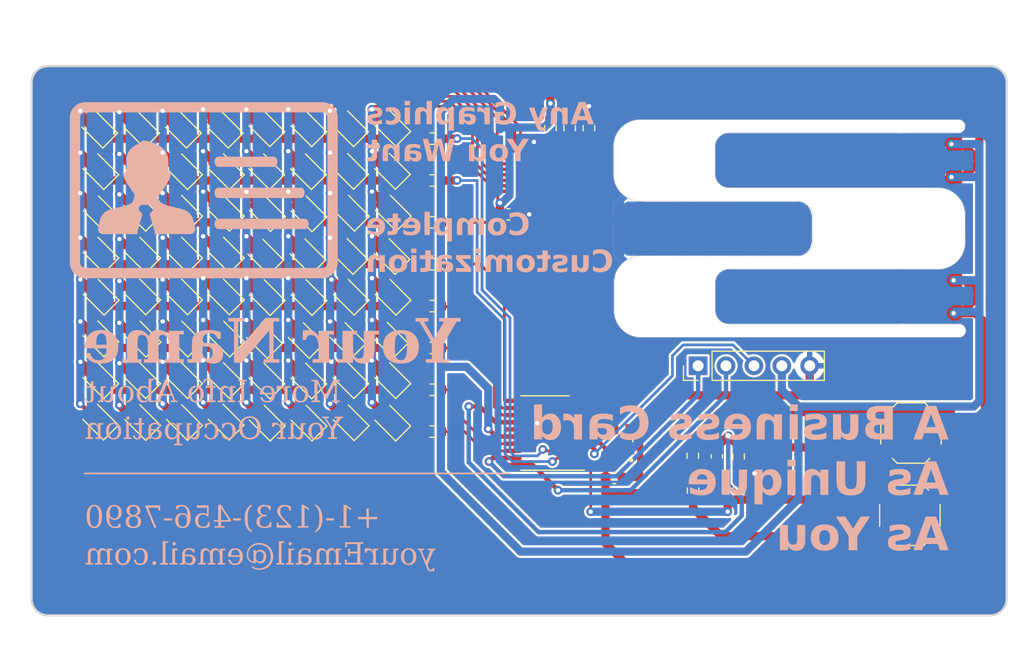
<source format=kicad_pcb>
(kicad_pcb (version 20241229) (generator "pcbnew") (generator_version "9.0")
  (layers (0 "F.Cu" signal) (2 "B.Cu" signal) (13 "F.Paste" user) (15 "B.Paste" user) (5 "F.SilkS" user "F.Silkscreen") (7 "B.SilkS" user "B.Silkscreen") (1 "F.Mask" user) (3 "B.Mask" user) (25 "Edge.Cuts" user))
  (net 0 "")
  (net 1 "Net-(D1-K)")
  (net 2 "Row1")
  (net 3 "Net-(D10-K)")
  (net 4 "Net-(D11-K)")
  (net 5 "Net-(D12-K)")
  (net 6 "Net-(D13-K)")
  (net 7 "Net-(D14-K)")
  (net 8 "Net-(D15-K)")
  (net 9 "Net-(D16-K)")
  (net 10 "Row2")
  (net 11 "Row3")
  (net 12 "Row4")
  (net 13 "Row5")
  (net 14 "Row6")
  (net 15 "Row7")
  (net 16 "Row8")
  (net 17 "+3V0")
  (net 18 "GND")
  (net 19 "RESET")
  (net 20 "Col1")
  (net 21 "Col2")
  (net 22 "Col3")
  (net 23 "Col4")
  (net 24 "Col5")
  (net 25 "Col6")
  (net 26 "Col7")
  (net 27 "Col8")
  (net 28 "Net-(R10-Pad1)")
  (net 29 "BUTTON")
  (net 30 "Net-(R11-Pad1)")
  (net 31 "BUTTON2")
  (net 32 "SW_DIO")
  (net 33 "SW_CLK")
  (net 34 "CLK")
  (net 36 "Net-(U2-OE_{0})")
  (net 37 "Net-(U2-~{OE}_{1})")
  (net 38 "Net-(U2-~{LE})")
  (net 39 "A0")
  (net 40 "A1")
  (net 41 "A2")
  (footprint "LED_SMD:LED_0805_2012Metric" (layer "F.Cu") (at 48.006 39.624 135)
    (property "Reference" "D20" (hide yes))
    (property "Value" "L")
  )
  (footprint "LED_SMD:LED_0805_2012Metric" (layer "F.Cu") (at 44.196 39.624 135)
    (property "Reference" "D28" (hide yes))
    (property "Value" "L")
  )
  (footprint "LED_SMD:LED_0805_2012Metric" (layer "F.Cu") (at 29.055087 28.166087 135)
    (property "Reference" "D60" (hide yes))
    (property "Value" "L")
  )
  (footprint "LED_SMD:LED_0805_2012Metric" (layer "F.Cu") (at 40.386 24.384 135)
    (property "Reference" "D61" (hide yes))
    (property "Value" "L")
  )
  (footprint "LED_SMD:LED_0805_2012Metric" (layer "F.Cu") (at 36.675087 28.166087 135)
    (property "Reference" "D58" (hide yes))
    (property "Value" "L")
  )
  (footprint "LED_SMD:LED_0805_2012Metric" (layer "F.Cu") (at 36.675088 39.568174 135)
    (property "Reference" "D46" (hide yes))
    (property "Value" "L")
  )
  (footprint "LED_SMD:LED_0805_2012Metric" (layer "F.Cu") (at 28.956 24.384 135)
    (property "Reference" "D64" (hide yes))
    (property "Value" "L")
  )
  (footprint "LED_SMD:LED_0805_2012Metric" (layer "F.Cu") (at 40.513001 43.406087 135)
    (property "Reference" "D41" (hide yes))
    (property "Value" "L")
  )
  (footprint "LED_SMD:LED_0805_2012Metric" (layer "F.Cu") (at 44.195999 51.054 135)
    (property "Reference" "D25" (hide yes))
    (property "Value" "L")
  )
  (footprint "LED_SMD:LED_0805_2012Metric" (layer "F.Cu") (at 32.865087 50.998174 135)
    (property "Reference" "D35" (hide yes))
    (property "Value" "L")
  )
  (footprint "LED_SMD:LED_0805_2012Metric" (layer "F.Cu") (at 51.788086 24.257 135)
    (property "Reference" "D16" (hide yes))
    (property "Value" "L")
  )
  (footprint "LED_SMD:LED_0805_2012Metric" (layer "F.Cu") (at 51.871826 31.948174 135)
    (property "Reference" "D14" (hide yes))
    (property "Value" "L")
  )
  (footprint "LED_SMD:LED_0805_2012Metric" (layer "F.Cu") (at 55.626 51.054 135)
    (property "Reference" "D1" (hide yes))
    (property "Value" "L")
  )
  (footprint "Colin New Footprints:OSC_ECS-2520S25-250-FN-TR" (layer "F.Cu") (at 76.7268 52.769 90)
    (property "Reference" "Y1" (hide yes))
    (property "Value" "Active Crystal Oscillator")
  )
  (footprint "LED_SMD:LED_0805_2012Metric" (layer "F.Cu") (at 55.399913 43.505174 135)
    (property "Reference" "D3" (hide yes))
    (property "Value" "L")
  )
  (footprint "Colin New Footprints:CR2025 Circuit Board Battery Holder" (layer "F.Cu") (at 101.9724 24.8764)
    (property "Reference" "J1" (hide yes))
    (property "Value" "Battery")
    (fp_line (start -26 3.75) (end -26 1.25) (stroke (width 0.05)) (layer "Edge.Cuts"))
    (fp_line (start -25.95 16.15) (end -25.95 13.65) (stroke (width 0.05)) (layer "Edge.Cuts"))
    (fp_line (start -23.55 -1.2) (end 0 -1.2) (stroke (width 0.05)) (layer "Edge.Cuts"))
    (fp_line (start -23.55 6.2) (end -9.136954 6.217588) (stroke (width 0.05)) (layer "Edge.Cuts"))
    (fp_line (start -23.5 11.2) (end -9.136954 11.217588) (stroke (width 0.05)) (layer "Edge.Cuts"))
    (fp_line (start -16.762951 3.749995) (end -16.762951 1.249995) (stroke (width 0.05)) (layer "Edge.Cuts"))
    (fp_line (start -16.749999 16.15) (end -16.749999 13.65) (stroke (width 0.05)) (layer "Edge.Cuts"))
    (fp_line (start -15.512951 -0.000005) (end 0.2 -0.000002) (stroke (width 0.05)) (layer "Edge.Cuts"))
    (fp_line (start -15.5 12.399997) (end 0 12.4) (stroke (width 0.05)) (layer "Edge.Cuts"))
    (fp_line (start -7.886954 7.45) (end -7.886954 9.95) (stroke (width 0.05)) (layer "Edge.Cuts"))
    (fp_line (start -0.050005 17.4) (end -15.5 17.400003) (stroke (width 0.05)) (layer "Edge.Cuts"))
    (fp_line (start 0 -1.2) (end 5.4 -1.2) (stroke (width 0.05)) (layer "Edge.Cuts"))
    (fp_line (start 0 4.999998) (end -15.512951 5.000001) (stroke (width 0.05)) (layer "Edge.Cuts"))
    (fp_line (start 0 5) (end 3.542588 5.007412) (stroke (width 0.05)) (layer "Edge.Cuts"))
    (fp_line (start 0 12.4) (end 3.55 12.4) (stroke (width 0.05)) (layer "Edge.Cuts"))
    (fp_line (start 0.05 18.6) (end -23.5 18.6) (stroke (width 0.05)) (layer "Edge.Cuts"))
    (fp_line (start 5.35 0) (end -0.05 0) (stroke (width 0.05)) (layer "Edge.Cuts"))
    (fp_line (start 5.45 17.4) (end -0.050005 17.4) (stroke (width 0.05)) (layer "Edge.Cuts"))
    (fp_line (start 5.45 18.6) (end 0.05 18.6) (stroke (width 0.05)) (layer "Edge.Cuts"))
    (fp_line (start 5.992588 7.457412) (end 6 9.95) (stroke (width 0.05)) (layer "Edge.Cuts"))
    (fp_arc (start -26 1.25) (mid -25.282412 -0.482412) (end -23.55 -1.2) (stroke (width 0.05)) (layer "Edge.Cuts"))
    (fp_arc (start -25.95 13.65) (mid -25.232412 11.917588) (end -23.5 11.2) (stroke (width 0.05)) (layer "Edge.Cuts"))
    (fp_arc (start -23.55 6.2) (mid -25.282412 5.482412) (end -26 3.75) (stroke (width 0.05)) (layer "Edge.Cuts"))
    (fp_arc (start -23.5 18.6) (mid -25.232412 17.882412) (end -25.95 16.15) (stroke (width 0.05)) (layer "Edge.Cuts"))
    (fp_arc (start -16.762951 1.249995) (mid -16.396834 0.366112) (end -15.512951 -0.000005) (stroke (width 0.05)) (layer "Edge.Cuts"))
    (fp_arc (start -16.750002 13.649997) (mid -16.383885 12.766114) (end -15.500002 12.399997) (stroke (width 0.05)) (layer "Edge.Cuts"))
    (fp_arc (start -15.512951 5.000001) (mid -16.396834 4.633884) (end -16.762951 3.750001) (stroke (width 0.05)) (layer "Edge.Cuts"))
    (fp_arc (start -15.500002 17.400003) (mid -16.383885 17.033886) (end -16.750002 16.150003) (stroke (width 0.05)) (layer "Edge.Cuts"))
    (fp_arc (start -9.136954 6.217588) (mid -8.25307 6.583704) (end -7.886954 7.467588) (stroke (width 0.05)) (layer "Edge.Cuts"))
    (fp_arc (start -7.886954 9.967588) (mid -8.253071 10.851471) (end -9.136954 11.217588) (stroke (width 0.05)) (layer "Edge.Cuts"))
    (fp_arc (start 3.542588 5.007412) (mid 5.275 5.725) (end 5.992588 7.457412) (stroke (width 0.05)) (layer "Edge.Cuts"))
    (fp_arc (start 5.4 -1.2) (mid 6 -0.6) (end 5.4 0) (stroke (width 0.05)) (layer "Edge.Cuts"))
    (fp_arc (start 5.45 17.4) (mid 6.05 18) (end 5.45 18.6) (stroke (width 0.05)) (layer "Edge.Cuts"))
    (fp_arc (start 6 9.95) (mid 5.282412 11.682412) (end 3.55 12.4) (stroke (width 0.05)) (layer "Edge.Cuts"))
  )
  (footprint "LED_SMD:LED_0805_2012Metric" (layer "F.Cu") (at 47.906913 35.913087 135)
    (property "Reference" "D21" (hide yes))
    (property "Value" "L")
  )
  (footprint "LED_SMD:LED_0805_2012Metric" (layer "F.Cu") (at 29.055088 35.758174 135)
    (property "Reference" "D52" (hide yes))
    (property "Value" "L")
  )
  (footprint "LED_SMD:LED_0805_2012Metric" (layer "F.Cu") (at 36.675087 50.998174 135)
    (property "Reference" "D34" (hide yes))
    (property "Value" "L")
  )
  (footprint "LED_SMD:LED_0805_2012Metric" (layer "F.Cu") (at 40.485088 47.188174 135)
    (property "Reference" "D37" (hide yes))
    (property "Value" "L")
  )
  (footprint "LED_SMD:LED_0805_2012Metric" (layer "F.Cu") (at 47.978087 47.216087 135)
    (property "Reference" "D18" (hide yes))
    (property "Value" "L")
  )
  (footprint "LED_SMD:LED_0805_2012Metric" (layer "F.Cu") (at 32.865088 47.188174 135)
    (property "Reference" "D39" (hide yes))
    (property "Value" "L")
  )
  (footprint "LED_SMD:LED_0805_2012Metric" (layer "F.Cu") (at 51.816 47.188174 135)
    (property "Reference" "D10" (hide yes))
    (property "Value" "L")
  )
  (footprint "LED_SMD:LED_0805_2012Metric" (layer "F.Cu") (at 44.069 35.941 135)
    (property "Reference" "D29" (hide yes))
    (property "Value" "L")
  )
  (footprint "Button_Switch_SMD:SW_SPST_TL3342" (layer "F.Cu") (at 102.9462 59.69)
    (property "Reference" "SW2" (hide yes))
    (property "Value" "SMD Push Button")
  )
  (footprint "LED_SMD:LED_0805_2012Metric" (layer "F.Cu") (at 44.168086 24.257 135)
    (property "Reference" "D32" (hide yes))
    (property "Value" "L")
  )
  (footprint "Resistor_SMD:R_0603_1608Metric" (layer "F.Cu") (at 59.5 44.45)
    (property "Reference" "R4" (hide yes))
    (property "Value" "100 Ω")
  )
  (footprint "Resistor_SMD:R_0603_1608Metric" (layer "F.Cu") (at 73.7268 24.444 90)
    (property "Reference" "R15" (hide yes))
    (property "Value" "1kΩ")
  )
  (footprint "Connector_PinHeader_2.54mm:PinHeader_1x05_P2.54mm_Vertical" (layer "F.Cu") (at 83.6676 46.0756 90)
    (property "Reference" "J2" (hide yes))
    (property "Value" "Reprogram")
  )
  (footprint "LED_SMD:LED_0805_2012Metric" (layer "F.Cu") (at 47.752 43.533087 135)
    (property "Reference" "D19" (hide yes))
    (property "Value" "L")
  )
  (footprint "LED_SMD:LED_0805_2012Metric" (layer "F.Cu") (at 36.675088 35.758174 135)
    (property "Reference" "D50" (hide yes))
    (property "Value" "L")
  )
  (footprint "LED_SMD:LED_0805_2012Metric" (layer "F.Cu") (at 32.865087 28.166087 135)
    (property "Reference" "D59" (hide yes))
    (property "Value" "L")
  )
  (footprint "Capacitor_SMD:C_0603_1608Metric" (layer "F.Cu") (at 76.0268 56.294)
    (property "Reference" "C1" (hide yes))
    (property "Value" "10uF")
  )
  (footprint "LED_SMD:LED_0805_2012Metric" (layer "F.Cu") (at 48.005999 51.054 135)
    (property "Reference" "D17" (hide yes))
    (property "Value" "L")
  )
  (footprint "Capacitor_SMD:C_0603_1608Metric" (layer "F.Cu") (at 66.4018 32.294)
    (property "Reference" "C2" (hide yes))
    (property "Value" "10uF")
  )
  (footprint "LED_SMD:LED_0805_2012Metric" (layer "F.Cu") (at 36.675088 47.188174 135)
    (property "Reference" "D38" (hide yes))
    (property "Value" "L")
  )
  (footprint "Resistor_SMD:R_0603_1608Metric" (layer "F.Cu") (at 87.3506 54.3314 -90)
    (property "Reference" "R12" (hide yes))
    (property "Value" "10kΩ")
  )
  (footprint "LED_SMD:LED_0805_2012Metric" (layer "F.Cu") (at 29.083001 39.596087 135)
    (property "Reference" "D48" (hide yes))
    (property "Value" "L")
  )
  (footprint "Resistor_SMD:R_0603_1608Metric" (layer "F.Cu") (at 87.376 57.4302 90)
    (property "Reference" "R1" (hide yes))
    (property "Value" "10kΩ")
  )
  (footprint "Package_SO:TSSOP-20_4.4x6.5mm_P0.65mm" (layer "F.Cu") (at 69.7268 52.194 180)
    (property "Reference" "U1" (hide yes))
    (property "Value" "STM32L010F4Px")
  )
  (footprint "LED_SMD:LED_0805_2012Metric" (layer "F.Cu") (at 29.055088 47.188174 135)
    (property "Reference" "D40" (hide yes))
    (property "Value" "L")
  )
  (footprint "LED_SMD:LED_0805_2012Metric" (layer "F.Cu") (at 40.485088 39.568174 135)
    (property "Reference" "D45" (hide yes))
    (property "Value" "L")
  )
  (footprint "LED_SMD:LED_0805_2012Metric" (layer "F.Cu") (at 40.485087 28.166087 135)
    (property "Reference" "D57" (hide yes))
    (property "Value" "L")
  )
  (footprint "LED_SMD:LED_0805_2012Metric" (layer "F.Cu") (at 47.950173 28.166087 135)
    (property "Reference" "D23" (hide yes))
    (property "Value" "L")
  )
  (footprint "LED_SMD:LED_0805_2012Metric" (layer "F.Cu") (at 29.055088 43.378174 135)
    (property "Reference" "D44" (hide yes))
    (property "Value" "L")
  )
  (footprint "LED_SMD:LED_0805_2012Metric" (layer "F.Cu") (at 44.223913 31.976087 135)
    (property "Reference" "D30" (hide yes))
    (property "Value" "L")
  )
  (footprint "LED_SMD:LED_0805_2012Metric" (layer "F.Cu") (at 51.562 43.533087 135)
    (property "Reference" "D11" (hide yes))
    (property "Value" "L")
  )
  (footprint "LED_SMD:LED_0805_2012Metric" (layer "F.Cu") (at 32.865088 35.758174 135)
    (property "Reference" "D51" (hide yes))
    (property "Value" "L")
  )
  (footprint "Resistor_SMD:R_0603_1608Metric" (layer "F.Cu") (at 59.5 33.02)
    (property "Reference" "R7" (hide yes))
    (property "Value" "100 Ω")
  )
  (footprint "Resistor_SMD:R_0603_1608Metric" (layer "F.Cu") (at 59.5 36.83)
    (property "Reference" "R6" (hide yes))
    (property "Value" "100 Ω")
  )
  (footprint "LED_SMD:LED_0805_2012Metric" (layer "F.Cu") (at 51.744826 35.885174 135)
    (property "Reference" "D13" (hide yes))
    (property "Value" "L")
  )
  (footprint "LED_SMD:LED_0805_2012Metric" (layer "F.Cu") (at 55.598087 28.138174 135)
    (property "Reference" "D7" (hide yes))
    (property "Value" "L")
  )
  (footprint "LED_SMD:LED_0805_2012Metric" (layer "F.Cu") (at 48.006 32.004 135)
    (property "Reference" "D22" (hide yes))
    (property "Value" "L")
  )
  (footprint "Resistor_SMD:R_0603_1608Metric" (layer "F.Cu") (at 83.185 54.2674 -90)
    (property "Reference" "R10" (hide yes))
    (property "Value" "1kΩ")
  )
  (footprint "LED_SMD:LED_0805_2012Metric" (layer "F.Cu") (at 36.703001 43.406087 135)
    (property "Reference" "D42" (hide yes))
    (property "Value" "L")
  )
  (footprint "LED_SMD:LED_0805_2012Metric" (layer "F.Cu") (at 51.788086 28.138174 135)
    (property "Reference" "D15" (hide yes))
    (property "Value" "L")
  )
  (footprint "LED_SMD:LED_0805_2012Metric" (layer "F.Cu") (at 51.843913 39.596087 135)
    (property "Reference" "D12" (hide yes))
    (property "Value" "L")
  )
  (footprint "LED_SMD:LED_0805_2012Metric" (layer "F.Cu") (at 55.626 47.188174 135)
    (property "Reference" "D2" (hide yes))
    (property "Value" "L")
  )
  (footprint "LED_SMD:LED_0805_2012Metric" (layer "F.Cu") (at 32.893001 43.406087 135)
    (property "Reference" "D43" (hide yes))
    (property "Value" "L")
  )
  (footprint "LED_SMD:LED_0805_2012Metric" (layer "F.Cu") (at 36.576 24.384 135)
    (property "Reference" "D62" (hide yes))
    (property "Value" "L")
  )
  (footprint "Resistor_SMD:R_0603_1608Metric" (layer "F.Cu") (at 83.2104 57.4424 90)
    (property "Reference" "R11" (hide yes))
    (property "Value" "1kΩ")
  )
  (footprint "LED_SMD:LED_0805_2012Metric" (layer "F.Cu") (at 40.485088 31.948174 135)
    (property "Reference" "D53" (hide yes))
    (property "Value" "L")
  )
  (footprint "Resistor_SMD:R_0603_1608Metric" (layer "F.Cu") (at 59.5 29.21)
    (property "Reference" "R8" (hide yes))
    (property "Value" "100 Ω")
  )
  (footprint "LED_SMD:LED_0805_2012Metric" (layer "F.Cu") (at 40.457174 50.970261 135)
    (property "Reference" "D33" (hide yes))
    (property "Value" "L")
  )
  (footprint "LED_SMD:LED_0805_2012Metric" (layer "F.Cu") (at 32.865088 39.568174 135)
    (property "Reference" "D47" (hide yes))
    (property "Value" "L")
  )
  (footprint "Button_Switch_SMD:SW_SPST_TL3342" (layer "F.Cu") (at 103.0478 52.197 180)
    (property "Reference" "SW1" (hide yes))
    (property "Value" "SMD Push Button")
  )
  (footprint "LED_SMD:LED_0805_2012Metric" (layer "F.Cu") (at 36.675088 31.948174 135)
    (property "Reference" "D54" (hide yes))
    (property "Value" "L")
  )
  (footprint "Capacitor_SMD:C_0603_1608Metric" (layer "F.Cu") (at 85.3694 54.3182 90)
    (property "Reference" "C4" (hide yes))
    (property "Value" "0.1uF")
  )
  (footprint "LED_SMD:LED_0805_2012Metric" (layer "F.Cu") (at 44.168087 47.216087 135)
    (property "Reference" "D26" (hide yes))
    (property "Value" "L")
  )
  (footprint "LED_SMD:LED_0805_2012Metric" (layer "F.Cu") (at 44.140173 28.166087 135)
    (property "Reference" "D31" (hide yes))
    (property "Value" "L")
  )
  (footprint "Resistor_SMD:R_0603_1608Metric" (layer "F.Cu") (at 71.9768 24.444 90)
    (property "Reference" "R14" (hide yes))
    (property "Value" "1kΩ")
  )
  (footprint "Resistor_SMD:R_0603_1608Metric" (layer "F.Cu") (at 59.5 48.26)
    (property "Reference" "R3" (hide yes))
    (property "Value" "100 Ω")
  )
  (footprint "LED_SMD:LED_0805_2012Metric" (layer "F.Cu") (at 47.978086 24.257 135)
    (property "Reference" "D24" (hide yes))
    (property "Value" "L")
  )
  (footprint "LED_SMD:LED_0805_2012Metric" (layer "F.Cu") (at 29.027174 50.970261 135)
    (property "Reference" "D36" (hide yes))
    (property "Value" "L")
  )
  (footprint "LED_SMD:LED_0805_2012Metric" (layer "F.Cu") (at 55.653913 39.596087 135)
    (property "Reference" "D4" (hide yes))
    (property "Value" "L")
  )
  (footprint "LED_SMD:LED_0805_2012Metric" (layer "F.Cu") (at 29.110914 32.004 135)
    (property "Reference" "D56" (hide yes))
    (property "Value" "L")
  )
  (footprint "Capacitor_SMD:C_0603_1608Metric" (layer "F.Cu") (at 85.3694 57.417 -90)
    (property "Reference" "C3" (hide yes))
    (property "Value" "0.1uF")
  )
  (footprint "Resistor_SMD:R_0603_1608Metric" (layer "F.Cu") (at 70.2268 24.444 90)
    (property "Reference" "R13" (hide yes))
    (property "Value" "1kΩ")
  )
  (footprint "Resistor_SMD:R_0603_1608Metric" (layer "F.Cu") (at 59.5 25.4)
    (property "Reference" "R9" (hide yes))
    (property "Value" "100 Ω")
  )
  (footprint "Resistor_SMD:R_0603_1608Metric" (layer "F.Cu") (at 59.5 52.07)
    (property "Reference" "R2" (hide yes))
    (property "Value" "100 Ω")
  )
  (footprint "LED_SMD:LED_0805_2012Metric" (layer "F.Cu") (at 43.942 43.533087 135)
    (property "Reference" "D27" (hide yes))
    (property "Value" "L")
  )
  (footprint "LED_SMD:LED_0805_2012Metric" (layer "F.Cu") (at 32.865088 31.948174 135)
    (property "Reference" "D55" (hide yes))
    (property "Value" "L")
  )
  (footprint "LED_SMD:LED_0805_2012Metric" (layer "F.Cu") (at 55.554826 35.885174 135)
    (property "Reference" "D5" (hide yes))
    (property "Value" "L")
  )
  (footprint "LED_SMD:LED_0805_2012Metric" (layer "F.Cu") (at 32.766 24.384 135)
    (property "Reference" "D63" (hide yes))
    (property "Value" "L")
  )
  (footprint "Resistor_SMD:R_0603_1608Metric" (layer "F.Cu") (at 59.5 40.64)
    (property "Reference" "R5" (hide yes))
    (property "Value" "100 Ω")
  )
  (footprint "LED_SMD:LED_0805_2012Metric" (layer "F.Cu") (at 51.843913 51.026087 135)
    (property "Reference" "D9" (hide yes))
    (property "Value" "L")
  )
  (footprint "Colin New Footprints:SOT-23-16 Thin" (layer "F.Cu") (at 67.726802 28.443996 180)
    (property "Reference" "U2" (hide yes))
    (property "Value" "74HC237")
  )
  (footprint "LED_SMD:LED_0805_2012Metric" (layer "F.Cu") (at 55.681826 31.948174 135)
    (property "Reference" "D6" (hide yes))
    (property "Value" "L")
  )
  (footprint "LED_SMD:LED_0805_2012Metric" (layer "F.Cu") (at 40.485088 35.758174 135)
    (property "Reference" "D49" (hide yes))
    (property "Value" "L")
  )
  (footprint "LED_SMD:LED_0805_2012Metric" (layer "F.Cu") (at 55.625999 24.229087 135)
    (property "Reference" "D8" (hide yes))
    (property "Value" "L")
  )
  (gr_line (start 107.0864 39.7764) (end 104.8004 39.7764) (stroke (width 0.2)) (layer "F.Cu"))
  (gr_line (start 105.9434 40.9194) (end 105.9434 38.6334) (stroke (width 0.2)) (layer "F.Cu"))
  (gr_line (start 107.0864 27.432) (end 104.8004 27.432) (stroke (width 0.2)) (layer "F.Cu"))
  (gr_line (start 105.9434 28.575) (end 105.9434 26.289) (stroke (width 0.2)) (layer "F.Cu"))
  (gr_line (start 92.329 33.5788) (end 90.043 33.5788) (stroke (width 0.2)) (layer "F.Cu"))
  (gr_poly (pts (xy 45.039775 27.039079) (xy 45.05765 27.040893) (xy 45.07526 27.043879) (xy 45.092584 27.048009) (xy 45.109599 27.053253) (xy 45.126285 27.059579) (xy 45.142619 27.06696) (xy 45.15858 27.075364) (xy 45.174145 27.084763) (xy 45.189293 27.095126) (xy 45.204002 27.106423) (xy 45.21825 27.118625) (xy 45.232016 27.131702) (xy 45.245278 27.145625) (xy 45.258013 27.160362) (xy 45.2702 27.175885) (xy 45.281818 27.192164) (xy 45.292844 27.209169) (xy 45.303257 27.22687) (xy 45.313035 27.245238) (xy 45.322155 27.264242) (xy 45.330597 27.283853) (xy 45.338339 27.30404) (xy 45.345358 27.324775) (xy 45.351633 27.346028) (xy 45.357142 27.367768) (xy 45.361864 27.389966) (xy 45.365775 27.412592) (xy 45.368856 27.435616) (xy 45.371083 27.459009) (xy 45.372435 27.48274) (xy 45.372891 27.50678) (xy 45.371083 27.554551) (xy 45.365775 27.600968) (xy 45.357142 27.645792) (xy 45.345358 27.688784) (xy 45.330597 27.729707) (xy 45.313034 27.768322) (xy 45.292844 27.804391) (xy 45.2702 27.837674) (xy 45.245277 27.867935) (xy 45.232015 27.881857) (xy 45.21825 27.894935) (xy 45.204001 27.907137) (xy 45.189292 27.918434) (xy 45.174144 27.928797) (xy 45.158579 27.938196) (xy 45.142619 27.9466) (xy 45.126285 27.953981) (xy 45.109599 27.960307) (xy 45.092583 27.965551) (xy 45.075259 27.969681) (xy 45.057649 27.972667) (xy 45.039775 27.974481) (xy 45.021658 27.975093) (xy 39.995235 27.975093) (xy 39.977118 27.974481) (xy 39.959243 27.972667) (xy 39.941633 27.969681) (xy 39.924309 27.965551) (xy 39.907293 27.960307) (xy 39.890608 27.953981) (xy 39.874274 27.9466) (xy 39.858313 27.938196) (xy 39.842748 27.928797) (xy 39.8276 27.918434) (xy 39.812891 27.907137) (xy 39.798642 27.894935) (xy 39.784877 27.881858) (xy 39.771615 27.867935) (xy 39.75888 27.853198) (xy 39.746692 27.837675) (xy 39.735075 27.821396) (xy 39.724048 27.804391) (xy 39.713636 27.78669) (xy 39.703858 27.768322) (xy 39.694737 27.749318) (xy 39.686295 27.729707) (xy 39.678554 27.709519) (xy 39.671535 27.688784) (xy 39.66526 27.667532) (xy 39.65975 27.645792) (xy 39.655029 27.623594) (xy 39.651117 27.600968) (xy 39.648037 27.577944) (xy 39.64581 27.554551) (xy 39.644457 27.53082) (xy 39.644002 27.50678) (xy 39.64581 27.459009) (xy 39.651117 27.412592) (xy 39.659751 27.367768) (xy 39.671535 27.324776) (xy 39.686295 27.283853) (xy 39.703858 27.245238) (xy 39.724049 27.209169) (xy 39.746693 27.175885) (xy 39.771616 27.145625) (xy 39.784877 27.131702) (xy 39.798643 27.118625) (xy 39.812891 27.106423) (xy 39.8276 27.095126) (xy 39.842749 27.084763) (xy 39.858314 27.075364) (xy 39.874274 27.06696) (xy 39.890608 27.059579) (xy 39.907294 27.053253) (xy 39.924309 27.048009) (xy 39.941633 27.043879) (xy 39.959243 27.040893) (xy 39.977118 27.039079) (xy 39.995235 27.038467) (xy 45.021658 27.038467)) (fill yes) (layer "B.SilkS"))
  (gr_poly (pts (xy 33.1928 25.574) (xy 33.308366 25.584012) (xy 33.430211 25.60182) (xy 33.557033 25.626941) (xy 33.687529 25.658894) (xy 33.820397 25.697195) (xy 33.954334 25.741362) (xy 34.088039 25.790912) (xy 34.22021 25.845363) (xy 34.349543 25.904233) (xy 34.474737 25.967038) (xy 34.594489 26.033296) (xy 34.707498 26.102526) (xy 34.81246 26.174243) (xy 34.908075 26.247966) (xy 34.993038 26.323213) (xy 35.066049 26.3995) (xy 35.110755 26.453463) (xy 35.151944 26.50818) (xy 35.18975 26.563625) (xy 35.224307 26.619773) (xy 35.25575 26.676598) (xy 35.284212 26.734075) (xy 35.309828 26.792179) (xy 35.332731 26.850883) (xy 35.370936 26.969993) (xy 35.399901 27.091202) (xy 35.420698 27.214306) (xy 35.434399 27.339102) (xy 35.442077 27.465385) (xy 35.444805 27.592954) (xy 35.443656 27.721604) (xy 35.439701 27.851132) (xy 35.417284 28.373953) (xy 35.437654 28.380699) (xy 35.457087 28.388297) (xy 35.475579 28.396761) (xy 35.493124 28.406106) (xy 35.509715 28.416346) (xy 35.525347 28.427496) (xy 35.540013 28.43957) (xy 35.553709 28.452584) (xy 35.566428 28.46655) (xy 35.578165 28.481485) (xy 35.588913 28.497402) (xy 35.598668 28.514316) (xy 35.607422 28.532242) (xy 35.615171 28.551194) (xy 35.621908 28.571186) (xy 35.627627 28.592234) (xy 35.632811 28.616632) (xy 35.636449 28.642215) (xy 35.638528 28.669008) (xy 35.639038 28.697034) (xy 35.637966 28.726315) (xy 35.635302 28.756875) (xy 35.631033 28.788737) (xy 35.625147 28.821925) (xy 35.617634 28.856462) (xy 35.608482 28.89237) (xy 35.597678 28.929674) (xy 35.585212 28.968397) (xy 35.571071 29.008561) (xy 35.555245 29.05019) (xy 35.537721 29.093308) (xy 35.518487 29.137937) (xy 35.516999 29.140945) (xy 35.516255 29.142507) (xy 35.515511 29.144138) (xy 35.514767 29.145863) (xy 35.514022 29.147704) (xy 35.513278 29.149685) (xy 35.512534 29.151828) (xy 35.056128 29.901921) (xy 34.92271 30.118156) (xy 34.854199 30.224296) (xy 34.783525 30.328065) (xy 34.747152 30.378813) (xy 34.709967 30.428672) (xy 34.671882 30.477542) (xy 34.632805 30.525325) (xy 34.592648 30.571922) (xy 34.551318 30.617234) (xy 34.508727 30.661163) (xy 34.464785 30.703609) (xy 34.429066 30.735359) (xy 34.455731 30.773186) (xy 34.484628 30.814734) (xy 34.515014 30.859258) (xy 34.546144 30.906015) (xy 34.593303 30.976863) (xy 34.642137 31.048642) (xy 34.692087 31.120048) (xy 34.717307 31.155205) (xy 34.742596 31.18978) (xy 34.789006 31.226805) (xy 34.840218 31.262042) (xy 34.955792 31.327528) (xy 35.086807 31.386996) (xy 35.230752 31.441207) (xy 35.385114 31.490917) (xy 35.547384 31.536887) (xy 35.885595 31.620637) (xy 36.225296 31.698528) (xy 36.546392 31.776628) (xy 36.693686 31.817653) (xy 36.828794 31.861006) (xy 36.949205 31.907447) (xy 37.052408 31.957733) (xy 37.082008 31.974759) (xy 37.111261 31.992367) (xy 37.140148 32.010579) (xy 37.168649 32.029419) (xy 37.196743 32.04891) (xy 37.224409 32.069075) (xy 37.251628 32.089938) (xy 37.278379 32.111522) (xy 37.304641 32.13385) (xy 37.330395 32.156946) (xy 37.355619 32.180832) (xy 37.380295 32.205532) (xy 37.4044 32.231069) (xy 37.427916 32.257467) (xy 37.450821 32.284748) (xy 37.473095 32.312936) (xy 37.524016 32.385203) (xy 37.569221 32.459749) (xy 37.609229 32.536388) (xy 37.644558 32.614933) (xy 37.675724 32.6952) (xy 37.703244 32.777001) (xy 37.727637 32.860151) (xy 37.74942 32.944463) (xy 37.891799 33.638498) (xy 37.885445 33.688468) (xy 37.881126 33.712415) (xy 37.87604 33.735667) (xy 37.870184 33.75822) (xy 37.863553 33.78007) (xy 37.856145 33.801215) (xy 37.847956 33.82165) (xy 37.838982 33.841374) (xy 37.82922 33.860382) (xy 37.818666 33.878671) (xy 37.807315 33.896239) (xy 37.795166 33.913081) (xy 37.782213 33.929195) (xy 37.768454 33.944577) (xy 37.753885 33.959223) (xy 37.738501 33.973132) (xy 37.7223 33.986299) (xy 37.705278 33.998721) (xy 37.687431 34.010395) (xy 37.668756 34.021317) (xy 37.649249 34.031485) (xy 37.628905 34.040895) (xy 37.607723 34.049543) (xy 37.585698 34.057427) (xy 37.562826 34.064544) (xy 37.539103 34.070889) (xy 37.514527 34.07646) (xy 37.489094 34.081253) (xy 37.462799 34.085266) (xy 37.435639 34.088494) (xy 37.407611 34.090935) (xy 34.192924 34.090935) (xy 34.195652 33.982044) (xy 34.196552 33.928248) (xy 34.196893 33.874639) (xy 33.734534 32.267296) (xy 33.960753 32.019249) (xy 33.974027 31.998088) (xy 33.986301 31.977023) (xy 33.997553 31.956056) (xy 34.007757 31.935192) (xy 34.016892 31.914432) (xy 34.024934 31.89378) (xy 34.03186 31.873238) (xy 34.037647 31.852809) (xy 34.042271 31.832497) (xy 34.045708 31.812304) (xy 34.047937 31.792233) (xy 34.048933 31.772287) (xy 34.048673 31.752469) (xy 34.047135 31.732782) (xy 34.044294 31.713228) (xy 34.040127 31.693812) (xy 34.032206 31.665644) (xy 34.022989 31.639506) (xy 34.012529 31.615324) (xy 34.000878 31.593023) (xy 33.988089 31.572529) (xy 33.974215 31.553766) (xy 33.959307 31.536662) (xy 33.94342 31.52114) (xy 33.926606 31.507127) (xy 33.908917 31.494548) (xy 33.890406 31.483329) (xy 33.871126 31.473395) (xy 33.85113 31.464671) (xy 33.83047 31.457084) (xy 33.809198 31.450559) (xy 33.787368 31.44502) (xy 33.765032 31.440395) (xy 33.742243 31.436608) (xy 33.695517 31.43125) (xy 33.64761 31.428351) (xy 33.598945 31.427316) (xy 33.405128 31.429889) (xy 33.225852 31.426572) (xy 33.181716 31.426753) (xy 33.138283 31.42832) (xy 33.095769 31.431765) (xy 33.054389 31.437579) (xy 33.014358 31.446253) (xy 32.97589 31.458279) (xy 32.95731 31.465702) (xy 32.939201 31.474148) (xy 32.921591 31.483677) (xy 32.904507 31.49435) (xy 32.887975 31.506231) (xy 32.872021 31.519378) (xy 32.856674 31.533855) (xy 32.84196 31.549723) (xy 32.827906 31.567042) (xy 32.814539 31.585875) (xy 32.801885 31.606283) (xy 32.789971 31.628326) (xy 32.780134 31.649722) (xy 32.772197 31.671498) (xy 32.766156 31.693664) (xy 32.762004 31.716228) (xy 32.759735 31.739199) (xy 32.759345 31.762586) (xy 32.760826 31.786397) (xy 32.764174 31.810641) (xy 32.769382 31.835327) (xy 32.776445 31.860464) (xy 32.785356 31.886059) (xy 32.79611 31.912123) (xy 32.808702 31.938664) (xy 32.823124 31.96569) (xy 32.839372 31.99321) (xy 32.85744 32.021233) (xy 33.083658 32.26928) (xy 32.621299 33.876624) (xy 32.651064 34.092921) (xy 29.519721 34.092921) (xy 29.464534 34.086902) (xy 29.412805 34.077794) (xy 29.388229 34.072089) (xy 29.364507 34.065622) (xy 29.341635 34.058395) (xy 29.319609 34.050412) (xy 29.298427 34.041676) (xy 29.278084 34.032191) (xy 29.258576 34.021959) (xy 29.239901 34.010984) (xy 29.222054 33.99927) (xy 29.205032 33.986818) (xy 29.188831 33.973634) (xy 29.173448 33.95972) (xy 29.158878 33.945079) (xy 29.145119 33.929714) (xy 29.132166 33.91363) (xy 29.120017 33.896828) (xy 29.108667 33.879313) (xy 29.098112 33.861088) (xy 29.08835 33.842155) (xy 29.079376 33.822519) (xy 29.071187 33.802182) (xy 29.063779 33.781148) (xy 29.057149 33.759419) (xy 29.051292 33.737001) (xy 29.041887 33.690104) (xy 29.035534 33.640483) (xy 29.177912 32.946448) (xy 29.199695 32.862136) (xy 29.224088 32.778986) (xy 29.251609 32.697185) (xy 29.282774 32.616918) (xy 29.318103 32.538373) (xy 29.358111 32.461734) (xy 29.403316 32.387188) (xy 29.454237 32.314921) (xy 29.476489 32.286733) (xy 29.499335 32.259452) (xy 29.522762 32.233054) (xy 29.546758 32.207517) (xy 29.571313 32.182817) (xy 29.596414 32.15893) (xy 29.62205 32.135835) (xy 29.648209 32.113507) (xy 29.67488 32.091923) (xy 29.702051 32.07106) (xy 29.72971 32.050894) (xy 29.757846 32.031403) (xy 29.786447 32.012564) (xy 29.815501 31.994351) (xy 29.844998 31.976744) (xy 29.874924 31.959718) (xy 29.976333 31.910112) (xy 30.094422 31.864251) (xy 30.226801 31.821412) (xy 30.37108 31.780876) (xy 30.685781 31.703826) (xy 31.019412 31.627335) (xy 31.352857 31.545635) (xy 31.513536 31.501029) (xy 31.667 31.452958) (xy 31.810861 31.400702) (xy 31.942728 31.343538) (xy 32.060212 31.280748) (xy 32.112814 31.247017) (xy 32.160924 31.211608) (xy 32.188492 31.148554) (xy 32.215897 31.081104) (xy 32.242791 31.011004) (xy 32.268824 30.939997) (xy 32.316914 30.802238) (xy 32.357377 30.681781) (xy 32.357966 30.679176) (xy 32.359113 30.675827) (xy 32.364353 30.660572) (xy 32.369613 30.644992) (xy 32.377221 30.622249) (xy 32.381163 30.60655) (xy 32.383016 30.589999) (xy 32.382886 30.57265) (xy 32.380883 30.554559) (xy 32.377115 30.535781) (xy 32.371688 30.51637) (xy 32.364711 30.496382) (xy 32.356292 30.47587) (xy 32.335559 30.433499) (xy 32.310353 30.389694) (xy 32.281536 30.344894) (xy 32.249973 30.29954) (xy 32.216526 30.25407) (xy 32.182058 30.208922) (xy 32.113516 30.121349) (xy 32.051253 30.040335) (xy 32.024634 30.003385) (xy 32.002174 29.96939) (xy 31.60133 29.332406) (xy 31.574634 29.291692) (xy 31.549612 29.251426) (xy 31.526265 29.211637) (xy 31.504592 29.172353) (xy 31.484593 29.133605) (xy 31.466269 29.09542) (xy 31.449619 29.057828) (xy 31.434643 29.020859) (xy 31.421341 28.98454) (xy 31.409714 28.948902) (xy 31.399761 28.913973) (xy 31.391483 28.879782) (xy 31.384878 28.846359) (xy 31.379949 28.813732) (xy 31.376693 28.78193) (xy 31.375112 28.750983) (xy 31.374903 28.736566) (xy 31.375026 28.722334) (xy 31.375487 28.708289) (xy 31.37629 28.694429) (xy 31.377442 28.680756) (xy 31.378949 28.667268) (xy 31.380816 28.653967) (xy 31.383049 28.640851) (xy 31.385655 28.627922) (xy 31.388638 28.615178) (xy 31.392005 28.602621) (xy 31.395762 28.590249) (xy 31.399914 28.578064) (xy 31.404467 28.566065) (xy 31.409427 28.554252) (xy 31.414799 28.542624) (xy 31.420566 28.530813) (xy 31.426706 28.519196) (xy 31.433217 28.507782) (xy 31.4401 28.496581) (xy 31.447355 28.485601) (xy 31.454983 28.47485) (xy 31.462982 28.464337) (xy 31.471354 28.454072) (xy 31.480098 28.444062) (xy 31.489213 28.434317) (xy 31.498701 28.424845) (xy 31.508561 28.415656) (xy 31.518793 28.406756) (xy 31.529397 28.398157) (xy 31.540373 28.389865) (xy 31.551721 28.38189) (xy 31.56298 28.374631) (xy 31.574449 28.367721) (xy 31.586149 28.361136) (xy 31.598106 28.354853) (xy 31.610342 28.34885) (xy 31.62288 28.343102) (xy 31.635743 28.337587) (xy 31.648956 28.332281) (xy 31.640045 28.198928) (xy 31.63274 28.059088) (xy 31.627155 27.914644) (xy 31.623407 27.767478) (xy 31.621612 27.619476) (xy 31.621887 27.472519) (xy 31.624349 27.328493) (xy 31.629112 27.189281) (xy 31.632546 27.156624) (xy 31.636863 27.124107) (xy 31.642018 27.091682) (xy 31.647963 27.059304) (xy 31.654653 27.026927) (xy 31.66204 26.994502) (xy 31.670078 26.961985) (xy 31.678721 26.929328) (xy 31.69337 26.880647) (xy 31.709753 26.832835) (xy 31.727827 26.785904) (xy 31.747547 26.739863) (xy 31.791746 26.650489) (xy 31.841998 26.564792) (xy 31.897947 26.482851) (xy 31.959239 26.404744) (xy 32.025519 26.330549) (xy 32.096432 26.260346) (xy 32.171624 26.194212) (xy 32.250741 26.132226) (xy 32.333427 26.074466) (xy 32.419327 26.021011) (xy 32.508088 25.97194) (xy 32.599355 25.927331) (xy 32.692773 25.887262) (xy 32.787987 25.851812) (xy 32.810431 25.843469) (xy 32.830968 25.834478) (xy 32.849726 25.824903) (xy 32.866831 25.814807) (xy 32.882411 25.804251) (xy 32.896595 25.793298) (xy 32.909509 25.782012) (xy 32.921281 25.770453) (xy 32.932038 25.758685) (xy 32.941909 25.74677) (xy 32.959499 25.72275) (xy 32.989649 25.675699) (xy 33.004248 25.653667) (xy 33.011876 25.643244) (xy 33.019891 25.633299) (xy 33.028423 25.623894) (xy 33.037598 25.615092) (xy 33.047544 25.606956) (xy 33.058389 25.599549) (xy 33.07026 25.592932) (xy 33.083284 25.587168) (xy 33.09759 25.582319) (xy 33.113304 25.578449) (xy 33.130555 25.57562) (xy 33.149469 25.573893) (xy 33.170175 25.573332)) (fill yes) (layer "B.SilkS"))
  (gr_poly (pts (xy 47.516275 29.866813) (xy 47.53415 29.868627) (xy 47.55176 29.871614) (xy 47.569084 29.875744) (xy 47.586099 29.880987) (xy 47.602785 29.887314) (xy 47.619119 29.894694) (xy 47.63508 29.903099) (xy 47.650645 29.912497) (xy 47.665793 29.92286) (xy 47.680502 29.934157) (xy 47.694751 29.94636) (xy 47.708517 29.959437) (xy 47.721778 29.973359) (xy 47.734514 29.988096) (xy 47.746701 30.00362) (xy 47.758319 30.019898) (xy 47.769345 30.036903) (xy 47.779758 30.054604) (xy 47.789536 30.072972) (xy 47.798657 30.091976) (xy 47.807099 30.111587) (xy 47.81484 30.131775) (xy 47.821859 30.15251) (xy 47.828134 30.173762) (xy 47.833643 30.195502) (xy 47.838365 30.2177) (xy 47.842277 30.240326) (xy 47.845357 30.26335) (xy 47.847584 30.286743) (xy 47.848937 30.310474) (xy 47.849393 30.334514) (xy 47.847584 30.382285) (xy 47.842277 30.428702) (xy 47.833643 30.473526) (xy 47.821859 30.516519) (xy 47.807098 30.557441) (xy 47.789535 30.596056) (xy 47.769345 30.632125) (xy 47.746701 30.665409) (xy 47.721778 30.69567) (xy 47.708516 30.709592) (xy 47.69475 30.722669) (xy 47.680502 30.734871) (xy 47.665793 30.746168) (xy 47.650644 30.756531) (xy 47.635079 30.76593) (xy 47.619119 30.774334) (xy 47.602785 30.781715) (xy 47.586099 30.788042) (xy 47.569083 30.793285) (xy 47.55176 30.797415) (xy 47.534149 30.800402) (xy 47.516275 30.802216) (xy 47.498158 30.802827) (xy 39.995235 30.802827) (xy 39.977118 30.802216) (xy 39.959243 30.800402) (xy 39.941633 30.797415) (xy 39.924309 30.793285) (xy 39.907293 30.788042) (xy 39.890608 30.781715) (xy 39.874274 30.774334) (xy 39.858313 30.76593) (xy 39.842748 30.756531) (xy 39.8276 30.746168) (xy 39.812891 30.734871) (xy 39.798642 30.722669) (xy 39.784877 30.709592) (xy 39.771615 30.69567) (xy 39.75888 30.680932) (xy 39.746692 30.665409) (xy 39.735075 30.64913) (xy 39.724048 30.632125) (xy 39.713636 30.614424) (xy 39.703858 30.596056) (xy 39.694737 30.577052) (xy 39.686295 30.557441) (xy 39.678554 30.537254) (xy 39.671535 30.516519) (xy 39.66526 30.495266) (xy 39.65975 30.473526) (xy 39.655029 30.451328) (xy 39.651117 30.428702) (xy 39.648037 30.405678) (xy 39.64581 30.382285) (xy 39.644457 30.358554) (xy 39.644002 30.334514) (xy 39.64581 30.286743) (xy 39.651117 30.240326) (xy 39.659751 30.195502) (xy 39.671535 30.15251) (xy 39.686295 30.111587) (xy 39.703858 30.072972) (xy 39.724049 30.036903) (xy 39.746693 30.00362) (xy 39.771616 29.973359) (xy 39.784877 29.959437) (xy 39.798643 29.94636) (xy 39.812891 29.934157) (xy 39.8276 29.92286) (xy 39.842749 29.912497) (xy 39.858314 29.903099) (xy 39.874274 29.894694) (xy 39.890608 29.887314) (xy 39.907294 29.880987) (xy 39.924309 29.875744) (xy 39.941633 29.871614) (xy 39.959243 29.868627) (xy 39.977118 29.866813) (xy 39.995235 29.866202) (xy 47.498158 29.866202)) (fill yes) (layer "B.SilkS"))
  (gr_line (start 27.813 55.88) (end 66.4928 55.88) (stroke (width 0.15)) (layer "B.SilkS"))
  (gr_poly (pts (xy 47.883383 32.694547) (xy 47.901258 32.696361) (xy 47.918868 32.699348) (xy 47.936192 32.703478) (xy 47.953207 32.708721) (xy 47.969893 32.715048) (xy 47.986227 32.722428) (xy 48.002188 32.730833) (xy 48.017753 32.740231) (xy 48.032901 32.750594) (xy 48.04761 32.761892) (xy 48.061858 32.774094) (xy 48.075624 32.787171) (xy 48.088885 32.801093) (xy 48.101621 32.815831) (xy 48.113808 32.831354) (xy 48.125426 32.847633) (xy 48.136452 32.864638) (xy 48.146865 32.882339) (xy 48.156643 32.900706) (xy 48.165763 32.91971) (xy 48.174205 32.939321) (xy 48.181947 32.959509) (xy 48.188966 32.980244) (xy 48.195241 33.001496) (xy 48.20075 33.023236) (xy 48.205471 33.045434) (xy 48.209383 33.06806) (xy 48.212464 33.091084) (xy 48.214691 33.114477) (xy 48.216043 33.138208) (xy 48.216499 33.162248) (xy 48.214691 33.210019) (xy 48.209383 33.256436) (xy 48.20075 33.30126) (xy 48.188966 33.344253) (xy 48.174205 33.385176) (xy 48.156642 33.423791) (xy 48.136452 33.459859) (xy 48.113808 33.493143) (xy 48.088885 33.523404) (xy 48.075623 33.537326) (xy 48.061858 33.550403) (xy 48.047609 33.562605) (xy 48.0329 33.573903) (xy 48.017752 33.584266) (xy 48.002187 33.593664) (xy 47.986226 33.602069) (xy 47.969892 33.609449) (xy 47.953207 33.615776) (xy 47.936191 33.621019) (xy 47.918867 33.625149) (xy 47.901257 33.628136) (xy 47.883383 33.62995) (xy 47.865265 33.630561) (xy 39.995235 33.630561) (xy 39.977118 33.62995) (xy 39.959243 33.628136) (xy 39.941633 33.625149) (xy 39.924309 33.621019) (xy 39.907293 33.615776) (xy 39.890608 33.609449) (xy 39.874274 33.602069) (xy 39.858313 33.593664) (xy 39.842748 33.584266) (xy 39.8276 33.573903) (xy 39.812891 33.562605) (xy 39.798642 33.550403) (xy 39.784877 33.537326) (xy 39.771615 33.523404) (xy 39.75888 33.508666) (xy 39.746692 33.493143) (xy 39.735075 33.476864) (xy 39.724048 33.459859) (xy 39.713636 33.442158) (xy 39.703858 33.423791) (xy 39.694737 33.404787) (xy 39.686295 33.385176) (xy 39.678554 33.364988) (xy 39.671535 33.344253) (xy 39.66526 33.323) (xy 39.65975 33.30126) (xy 39.655029 33.279062) (xy 39.651117 33.256436) (xy 39.648037 33.233412) (xy 39.64581 33.210019) (xy 39.644457 33.186288) (xy 39.644002 33.162248) (xy 39.64581 33.114477) (xy 39.651117 33.06806) (xy 39.659751 33.023236) (xy 39.671535 32.980244) (xy 39.686295 32.939321) (xy 39.703858 32.900706) (xy 39.724049 32.864638) (xy 39.746693 32.831354) (xy 39.771616 32.801093) (xy 39.784877 32.787171) (xy 39.798643 32.774094) (xy 39.812891 32.761892) (xy 39.8276 32.750594) (xy 39.842749 32.740231) (xy 39.858314 32.730833) (xy 39.874274 32.722428) (xy 39.890608 32.715048) (xy 39.907294 32.708721) (xy 39.924309 32.703478) (xy 39.941633 32.699348) (xy 39.959243 32.696361) (xy 39.977118 32.694547) (xy 39.995235 32.693936) (xy 47.865265 32.693936)) (fill yes) (layer "B.SilkS"))
  (gr_poly (pts (xy 49.521291 22.077391) (xy 49.592856 22.082867) (xy 49.663403 22.091884) (xy 49.732843 22.10435) (xy 49.801086 22.120177) (xy 49.868041 22.139275) (xy 49.933618 22.161552) (xy 49.997727 22.186919) (xy 50.060278 22.215286) (xy 50.12118 22.246563) (xy 50.180345 22.280659) (xy 50.237681 22.317485) (xy 50.293099 22.35695) (xy 50.346508 22.398964) (xy 50.397818 22.443438) (xy 50.44694 22.49028) (xy 50.476706 22.52203) (xy 50.52027 22.570642) (xy 50.561615 22.621175) (xy 50.600657 22.673552) (xy 50.637315 22.727692) (xy 50.671509 22.783519) (xy 50.703156 22.840953) (xy 50.732175 22.899916) (xy 50.758486 22.960329) (xy 50.782006 23.022115) (xy 50.802654 23.085194) (xy 50.820348 23.149488) (xy 50.835008 23.214918) (xy 50.846552 23.281407) (xy 50.854899 23.348875) (xy 50.859966 23.417245) (xy 50.861673 23.486437) (xy 50.861673 36.694435) (xy 50.859828 36.766578) (xy 50.854352 36.837837) (xy 50.845336 36.90812) (xy 50.832869 36.977333) (xy 50.817042 37.045383) (xy 50.797945 37.112177) (xy 50.775668 37.177623) (xy 50.750301 37.241627) (xy 50.721934 37.304096) (xy 50.690657 37.364938) (xy 50.656561 37.424058) (xy 50.619736 37.481365) (xy 50.580271 37.536764) (xy 50.538257 37.590164) (xy 50.493783 37.641471) (xy 50.446941 37.690592) (xy 50.39782 37.737434) (xy 50.346509 37.781908) (xy 50.2931 37.823922) (xy 50.237682 37.863387) (xy 50.180346 37.900212) (xy 50.121182 37.934309) (xy 50.060279 37.965585) (xy 49.997728 37.993952) (xy 49.933619 38.019319) (xy 49.868042 38.041596) (xy 49.801087 38.060693) (xy 49.732845 38.07652) (xy 49.663405 38.088987) (xy 49.592857 38.098003) (xy 49.521292 38.103479) (xy 49.4488 38.105324) (xy 27.888565 38.105324) (xy 27.816422 38.103479) (xy 27.745163 38.098003) (xy 27.67488 38.088986) (xy 27.605667 38.07652) (xy 27.537617 38.060693) (xy 27.470823 38.041596) (xy 27.405377 38.019318) (xy 27.341374 37.993951) (xy 27.278904 37.965585) (xy 27.218063 37.934308) (xy 27.158943 37.900212) (xy 27.101636 37.863386) (xy 27.046237 37.823921) (xy 26.992837 37.781907) (xy 26.94153 37.737434) (xy 26.892409 37.690592) (xy 26.845217 37.642169) (xy 26.800438 37.59147) (xy 26.758158 37.538591) (xy 26.718466 37.483627) (xy 26.681448 37.426676) (xy 26.647191 37.367832) (xy 26.615783 37.307192) (xy 26.587311 37.244852) (xy 26.561862 37.180906) (xy 26.539523 37.115453) (xy 26.520382 37.048586) (xy 26.504525 36.980403) (xy 26.492041 36.910999) (xy 26.483015 36.84047) (xy 26.477536 36.768912) (xy 26.47569 36.69642) (xy 26.47569 23.488421) (xy 26.475741 23.486436) (xy 27.414299 23.486436) (xy 27.414299 36.694435) (xy 27.414922 36.718498) (xy 27.416768 36.742296) (xy 27.419806 36.765799) (xy 27.424004 36.788972) (xy 27.42933 36.811785) (xy 27.435752 36.834206) (xy 27.443237 36.856202) (xy 27.451754 36.877742) (xy 27.461272 36.898794) (xy 27.471757 36.919325) (xy 27.483178 36.939304) (xy 27.495504 36.958699) (xy 27.508701 36.977477) (xy 27.522738 36.995607) (xy 27.537584 37.013058) (xy 27.553206 37.029795) (xy 27.569595 37.045417) (xy 27.586742 37.060263) (xy 27.604617 37.0743) (xy 27.623186 37.087497) (xy 27.642418 37.099823) (xy 27.66228 37.111244) (xy 27.682742 37.121729) (xy 27.70377 37.131246) (xy 27.725333 37.139764) (xy 27.747399 37.147249) (xy 27.769936 37.153671) (xy 27.792912 37.158996) (xy 27.816295 37.163194) (xy 27.840052 37.166232) (xy 27.864153 37.168078) (xy 27.888565 37.168701) (xy 49.448799 37.168701) (xy 49.472862 37.168078) (xy 49.49666 37.166228) (xy 49.520162 37.163181) (xy 49.543336 37.158965) (xy 49.566149 37.15361) (xy 49.588569 37.147144) (xy 49.610566 37.139597) (xy 49.632106 37.130998) (xy 49.653157 37.121376) (xy 49.673688 37.110759) (xy 49.693667 37.099177) (xy 49.713062 37.08666) (xy 49.731841 37.073235) (xy 49.749971 37.058932) (xy 49.767421 37.043781) (xy 49.784159 37.02781) (xy 49.799781 37.011421) (xy 49.814626 36.994273) (xy 49.828663 36.976399) (xy 49.841861 36.95783) (xy 49.854186 36.938598) (xy 49.865607 36.918736) (xy 49.876092 36.898274) (xy 49.88561 36.877246) (xy 49.894127 36.855683) (xy 49.901613 36.833617) (xy 49.908034 36.81108) (xy 49.91336 36.788104) (xy 49.917558 36.764721) (xy 49.920596 36.740963) (xy 49.922442 36.716863) (xy 49.923065 36.692451) (xy 49.923065 23.488421) (xy 49.922534 23.465496) (xy 49.920956 23.442873) (xy 49.918356 23.420576) (xy 49.914755 23.398628) (xy 49.910178 23.377052) (xy 49.904647 23.355871) (xy 49.898186 23.335109) (xy 49.890818 23.314788) (xy 49.882567 23.294933) (xy 49.873455 23.275566) (xy 49.863506 23.25671) (xy 49.852743 23.23839) (xy 49.841189 23.220627) (xy 49.828869 23.203446) (xy 49.815804 23.18687) (xy 49.802018 23.170921) (xy 49.784159 23.153062) (xy 49.76742 23.137418) (xy 49.749967 23.122509) (xy 49.731827 23.108374) (xy 49.71303 23.09505) (xy 49.693606 23.082574) (xy 49.673583 23.070985) (xy 49.65299 23.060321) (xy 49.631856 23.050618) (xy 49.610212 23.041916) (xy 49.588084 23.034251) (xy 49.565503 23.027662) (xy 49.542498 23.022186) (xy 49.519097 23.017861) (xy 49.495331 23.014725) (xy 49.471227 23.012816) (xy 49.446815 23.012171) (xy 27.888565 23.012171) (xy 27.864175 23.012793) (xy 27.840134 23.01464) (xy 27.816465 23.017678) (xy 27.793191 23.021876) (xy 27.770336 23.027201) (xy 27.747922 23.033623) (xy 27.725974 23.041109) (xy 27.704514 23.049626) (xy 27.683566 23.059143) (xy 27.663152 23.069629) (xy 27.643297 23.08105) (xy 27.624023 23.093375) (xy 27.605353 23.106573) (xy 27.587312 23.12061) (xy 27.569922 23.135456) (xy 27.553206 23.151077) (xy 27.537584 23.167466) (xy 27.522738 23.184614) (xy 27.508701 23.202488) (xy 27.495504 23.221057) (xy 27.483178 23.240289) (xy 27.471757 23.260152) (xy 27.461272 23.280613) (xy 27.451754 23.301642) (xy 27.443237 23.323205) (xy 27.435752 23.345271) (xy 27.42933 23.367808) (xy 27.424004 23.390783) (xy 27.419806 23.414166) (xy 27.416768 23.437924) (xy 27.414922 23.462025) (xy 27.414299 23.486436) (xy 26.475741 23.486436) (xy 26.477535 23.416278) (xy 26.483011 23.345019) (xy 26.492028 23.274736) (xy 26.504494 23.205523) (xy 26.520321 23.137473) (xy 26.539419 23.070679) (xy 26.561696 23.005233) (xy 26.587063 22.94123) (xy 26.61543 22.87876) (xy 26.646707 22.817919) (xy 26.680803 22.758799) (xy 26.717629 22.701492) (xy 26.757094 22.646093) (xy 26.799108 22.592693) (xy 26.843582 22.541386) (xy 26.890424 22.492265) (xy 26.939546 22.445073) (xy 26.990856 22.400294) (xy 27.044265 22.358014) (xy 27.099683 22.318322) (xy 27.157019 22.281304) (xy 27.216184 22.247047) (xy 27.277086 22.215639) (xy 27.339637 22.187167) (xy 27.403746 22.161718) (xy 27.469323 22.139379) (xy 27.536278 22.120238) (xy 27.60452 22.104381) (xy 27.67396 22.091897) (xy 27.744508 22.082871) (xy 27.816073 22.077392) (xy 27.888565 22.075546) (xy 49.448799 22.075546)) (fill yes) (layer "B.SilkS"))
  (gr_arc (start 23 20.3) (mid 23.43934 19.23934) (end 24.5 18.8) (stroke (width 0.2)) (layer "Edge.Cuts"))
  (gr_line (start 102.3716 42.2494) (end 102.271595 42.2494) (stroke (width 0.05)) (layer "Edge.Cuts"))
  (gr_line (start 111.75 20.3) (end 111.75 67.3) (stroke (width 0.2)) (layer "Edge.Cuts"))
  (gr_line (start 24.5 18.8) (end 110.25 18.8) (stroke (width 0.2)) (layer "Edge.Cuts"))
  (gr_line (start 23 20.3) (end 23 67.3) (stroke (width 0.2)) (layer "Edge.Cuts"))
  (gr_arc (start 24.5 68.8) (mid 23.43934 68.36066) (end 23 67.3) (stroke (width 0.2)) (layer "Edge.Cuts"))
  (gr_arc (start 111.75 67.3) (mid 111.31066 68.36066) (end 110.25 68.8) (stroke (width 0.2)) (layer "Edge.Cuts"))
  (gr_line (start 110.25 68.8) (end 24.5 68.8) (stroke (width 0.2)) (layer "Edge.Cuts"))
  (gr_arc (start 110.25 18.8) (mid 111.31066 19.23934) (end 111.75 20.3) (stroke (width 0.2)) (layer "Edge.Cuts"))
  (gr_text "Occupation" (at 27.6928 64.168 0) (layer "F.Cu") (effects (font (size 2 2) (thickness 0.375)) (justify left bottom)))
  (gr_text "Your Name" (at 27.6928 61.374 0) (layer "F.Cu") (effects (font (size 3.5 3.5) (thickness 0.3) (bold yes)) (justify left bottom)))
  (gr_text "Your Name" (at 27.559 46.482 0) (layer "B.SilkS") (effects (font (size 4 4) (thickness 0.6) (bold yes)) (justify right bottom mirror)))
  (gr_text "+1-(123)-456-7890\nyourEmail@email.com" (at 27.813 64.516 0) (layer "B.SilkS") (effects (font (size 2 2) (thickness 0.25)) (justify right bottom mirror)))
  (gr_text "Any Graphics\nYou Want\n\nComplete\nCustomization" (at 53.3928 37.874 0) (layer "B.SilkS") (effects (font (size 2 2) (thickness 0.5) (bold yes)) (justify right bottom mirror)))
  (gr_text "More Info About\nYour Occupation" (at 27.813 53.086 0) (layer "B.SilkS") (effects (font (size 2 2) (thickness 0.25)) (justify right bottom mirror)))
  (gr_text "A Business Card\nAs Unique\nAs You" (at 106.4928 63.374 0) (layer "B.SilkS") (effects (font (size 3 3) (thickness 0.5) (bold yes)) (justify left bottom mirror)))
  (segment (start 49.021999 52.07) (end 45.211999 52.07) (width 0.75) (layer "F.Cu") (net 1))
  (segment (start 29.971999 52.07) (end 29.590999 51.689) (width 0.75) (layer "F.Cu") (net 1))
  (segment (start 37.591999 52.07) (end 33.781999 52.07) (width 0.75) (layer "F.Cu") (net 1))
  (segment (start 45.211999 52.07) (end 41.401999 52.07) (width 0.75) (layer "F.Cu") (net 1))
  (segment (start 37.591999 52.07) (end 37.238912 51.716913) (width 0.75) (layer "F.Cu") (net 1))
  (segment (start 56.642 52.07) (end 52.887826 52.07) (width 0.75) (layer "F.Cu") (net 1))
  (segment (start 41.401999 52.07) (end 37.591999 52.07) (width 0.75) (layer "F.Cu") (net 1))
  (segment (start 52.887826 52.07) (end 49.021999 52.07) (width 0.75) (layer "F.Cu") (net 1))
  (segment (start 33.781999 52.07) (end 33.428912 51.716913) (width 0.75) (layer "F.Cu") (net 1))
  (segment (start 52.887826 52.07) (end 52.506826 51.689) (width 0.75) (layer "F.Cu") (net 1))
  (segment (start 56.642 52.07) (end 56.288913 51.716913) (width 0.75) (layer "F.Cu") (net 1))
  (segment (start 49.021999 52.07) (end 48.668912 51.716913) (width 0.75) (layer "F.Cu") (net 1))
  (segment (start 45.211999 52.07) (end 44.858912 51.716913) (width 0.75) (layer "F.Cu") (net 1))
  (segment (start 33.781999 52.07) (end 29.971999 52.07) (width 0.75) (layer "F.Cu") (net 1))
  (segment (start 41.401999 52.07) (end 41.020999 51.689) (width 0.75) (layer "F.Cu") (net 1))
  (segment (start 58.675 52.07) (end 56.642 52.07) (width 0.75) (layer "F.Cu") (net 1))
  (segment (start 64.744406 29.645) (end 64.74582 29.645) (width 0.25) (layer "F.Cu") (net 2))
  (segment (start 54.808174 23.566174) (end 53.975 22.733) (width 0.75) (layer "F.Cu") (net 2))
  (segment (start 54.907261 27.475261) (end 53.975 26.543) (width 0.75) (layer "F.Cu") (net 2))
  (segment (start 63.1258 28.026394) (end 64.744406 29.645) (width 0.25) (layer "F.Cu") (net 2))
  (segment (start 54.891913 35.206913) (end 53.975 34.29) (width 0.75) (layer "F.Cu") (net 2))
  (segment (start 64.74582 29.645) (end 64.794819 29.693999) (width 0.25) (layer "F.Cu") (net 2))
  (segment (start 54.737 42.672) (end 53.975 41.91) (width 0.75) (layer "F.Cu") (net 2))
  (segment (start 54.737 42.842261) (end 54.737 42.672) (width 0.75) (layer "F.Cu") (net 2))
  (segment (start 64.794819 29.693999) (end 66.2268 29.693999) (width 0.25) (layer "F.Cu") (net 2))
  (segment (start 54.935174 27.475261) (end 54.907261 27.475261) (width 0.75) (layer "F.Cu") (net 2))
  (segment (start 54.963087 46.525261) (end 54.907261 46.525261) (width 0.75) (layer "F.Cu") (net 2))
  (segment (start 54.891913 35.222261) (end 54.891913 35.206913) (width 0.75) (layer "F.Cu") (net 2))
  (segment (start 63.1258 24.807) (end 63.1258 28.026394) (width 0.25) (layer "F.Cu") (net 2))
  (segment (start 60.7729 22.4541) (end 63.1258 24.807) (width 0.25) (layer "F.Cu") (net 2))
  (segment (start 55.018913 31.285261) (end 55.018913 31.269913) (width 0.75) (layer "F.Cu") (net 2))
  (segment (start 54.991 38.933174) (end 54.808174 38.933174) (width 0.75) (layer "F.Cu") (net 2))
  (segment (start 54.2539 22.4541) (end 60.7729 22.4541) (width 0.25) (layer "F.Cu") (net 2))
  (segment (start 54.963087 50.391087) (end 53.975 49.403) (width 0.75) (layer "F.Cu") (net 2))
  (segment (start 54.907261 46.525261) (end 53.975 45.593) (width 0.75) (layer "F.Cu") (net 2))
  (segment (start 55.018913 31.269913) (end 53.975 30.226) (width 0.75) (layer "F.Cu") (net 2))
  (segment (start 54.963086 23.566174) (end 54.808174 23.566174) (width 0.75) (layer "F.Cu") (net 2))
  (segment (start 54.808174 38.933174) (end 53.975 38.1) (width 0.75) (layer "F.Cu") (net 2))
  (segment (start 53.975 22.733) (end 54.2539 22.4541) (width 0.25) (layer "F.Cu") (net 2))
  (via (at 53.975 34.29) (size 0.8) (drill 0.4) (layers "F.Cu" "B.Cu") (net 2))
  (via (at 53.975 30.226) (size 0.8) (drill 0.4) (layers "F.Cu" "B.Cu") (net 2))
  (via (at 53.975 49.403) (size 0.8) (drill 0.4) (layers "F.Cu" "B.Cu") (net 2))
  (via (at 53.975 38.1) (size 0.8) (drill 0.4) (layers "F.Cu" "B.Cu") (net 2))
  (via (at 53.975 41.91) (size 0.8) (drill 0.4) (layers "F.Cu" "B.Cu") (net 2))
  (via (at 53.975 45.593) (size 0.8) (drill 0.4) (layers "F.Cu" "B.Cu") (net 2))
  (via (at 53.975 26.543) (size 0.8) (drill 0.4) (layers "F.Cu" "B.Cu") (net 2))
  (via (at 53.975 22.733) (size 0.8) (drill 0.4) (layers "F.Cu" "B.Cu") (net 2))
  (segment (start 53.975 49.403) (end 53.975 22.733) (width 0.75) (layer "B.Cu") (net 2))
  (segment (start 41.402 48.26) (end 41.048913 47.906913) (width 0.75) (layer "F.Cu") (net 3))
  (segment (start 56.697826 48.26) (end 52.887826 48.26) (width 0.75) (layer "F.Cu") (net 3))
  (segment (start 56.697826 48.26) (end 56.288913 47.851087) (width 0.75) (layer "F.Cu") (net 3))
  (segment (start 52.887826 48.26) (end 52.478913 47.851087) (width 0.75) (layer "F.Cu") (net 3))
  (segment (start 33.782 48.26) (end 33.428913 47.906913) (width 0.75) (layer "F.Cu") (net 3))
  (segment (start 37.592 48.26) (end 37.238913 47.906913) (width 0.75) (layer "F.Cu") (net 3))
  (segment (start 49.022 48.26) (end 45.212 48.26) (width 0.75) (layer "F.Cu") (net 3))
  (segment (start 33.782 48.26) (end 29.972 48.26) (width 0.75) (layer "F.Cu") (net 3))
  (segment (start 37.592 48.26) (end 33.782 48.26) (width 0.75) (layer "F.Cu") (net 3))
  (segment (start 45.212 48.26) (end 41.402 48.26) (width 0.75) (layer "F.Cu") (net 3))
  (segment (start 58.675 48.26) (end 56.697826 48.26) (width 0.75) (layer "F.Cu") (net 3))
  (segment (start 29.972 48.26) (end 29.618913 47.906913) (width 0.75) (layer "F.Cu") (net 3))
  (segment (start 41.402 48.26) (end 37.592 48.26) (width 0.75) (layer "F.Cu") (net 3))
  (segment (start 45.212 48.26) (end 44.831 47.879) (width 0.75) (layer "F.Cu") (net 3))
  (segment (start 52.887826 48.26) (end 49.022 48.26) (width 0.75) (layer "F.Cu") (net 3))
  (segment (start 49.022 48.26) (end 48.641 47.879) (width 0.75) (layer "F.Cu") (net 3))
  (segment (start 42.545 44.45) (end 38.735 44.45) (width 0.75) (layer "F.Cu") (net 4))
  (segment (start 49.53 44.45) (end 45.72 44.45) (width 0.75) (layer "F.Cu") (net 4))
  (segment (start 52.478913 44.45) (end 52.224913 44.196) (width 0.75) (layer "F.Cu") (net 4))
  (segment (start 34.29 44.45) (end 29.972 44.45) (width 0.75) (layer "F.Cu") (net 4))
  (segment (start 49.53 44.45) (end 48.668913 44.45) (width 0.75) (layer "F.Cu") (net 4))
  (segment (start 53.34 44.45) (end 49.53 44.45) (width 0.75) (layer "F.Cu") (net 4))
  (segment (start 41.402 44.45) (end 41.048913 44.096913) (width 0.75) (layer "F.Cu") (net 4))
  (segment (start 38.735 44.45) (end 37.592 44.45) (width 0.75) (layer "F.Cu") (net 4))
  (segment (start 29.972 44.45) (end 29.646826 44.124826) (width 0.75) (layer "F.Cu") (net 4))
  (segment (start 56.344739 44.45) (end 53.34 44.45) (width 0.75) (layer "F.Cu") (net 4))
  (segment (start 53.34 44.45) (end 52.478913 44.45) (width 0.75) (layer "F.Cu") (net 4))
  (segment (start 45.72 44.45) (end 42.545 44.45) (width 0.75) (layer "F.Cu") (net 4))
  (segment (start 38.735 44.45) (end 34.29 44.45) (width 0.75) (layer "F.Cu") (net 4))
  (segment (start 45.72 44.45) (end 44.858913 44.45) (width 0.75) (layer "F.Cu") (net 4))
  (segment (start 56.344739 44.45) (end 56.062826 44.168087) (width 0.75) (layer "F.Cu") (net 4))
  (segment (start 37.592 44.45) (end 37.266826 44.124826) (width 0.75) (layer "F.Cu") (net 4))
  (segment (start 33.782 44.45) (end 33.456826 44.124826) (width 0.75) (layer "F.Cu") (net 4))
  (segment (start 42.545 44.45) (end 41.402 44.45) (width 0.75) (layer "F.Cu") (net 4))
  (segment (start 34.29 44.45) (end 33.782 44.45) (width 0.75) (layer "F.Cu") (net 4))
  (segment (start 48.668913 44.45) (end 48.414913 44.196) (width 0.75) (layer "F.Cu") (net 4))
  (segment (start 58.675 44.45) (end 56.344739 44.45) (width 0.75) (layer "F.Cu") (net 4))
  (segment (start 44.858913 44.45) (end 44.604913 44.196) (width 0.75) (layer "F.Cu") (net 4))
  (segment (start 41.402 40.64) (end 41.076826 40.314826) (width 0.75) (layer "F.Cu") (net 5))
  (segment (start 29.972 40.64) (end 29.618913 40.286913) (width 0.75) (layer "F.Cu") (net 5))
  (segment (start 49.53 40.64) (end 45.72 40.64) (width 0.75) (layer "F.Cu") (net 5))
  (segment (start 38.1 40.64) (end 37.592 40.64) (width 0.75) (layer "F.Cu") (net 5))
  (segment (start 45.72 40.64) (end 45.212 40.64) (width 0.75) (layer "F.Cu") (net 5))
  (segment (start 53.975 40.64) (end 49.53 40.64) (width 0.75) (layer "F.Cu") (net 5))
  (segment (start 34.29 40.64) (end 33.782 40.64) (width 0.75) (layer "F.Cu") (net 5))
  (segment (start 41.91 40.64) (end 38.1 40.64) (width 0.75) (layer "F.Cu") (net 5))
  (segment (start 45.72 40.64) (end 41.91 40.64) (width 0.75) (layer "F.Cu") (net 5))
  (segment (start 52.887826 40.64) (end 52.506826 40.259) (width 0.75) (layer "F.Cu") (net 5))
  (segment (start 57.15 40.64) (end 53.975 40.64) (width 0.75) (layer "F.Cu") (net 5))
  (segment (start 41.91 40.64) (end 41.402 40.64) (width 0.75) (layer "F.Cu") (net 5))
  (segment (start 33.782 40.64) (end 33.428913 40.286913) (width 0.75) (layer "F.Cu") (net 5))
  (segment (start 56.697826 40.64) (end 56.316826 40.259) (width 0.75) (layer "F.Cu") (net 5))
  (segment (start 49.53 40.64) (end 49.022 40.64) (width 0.75) (layer "F.Cu") (net 5))
  (segment (start 38.1 40.64) (end 34.29 40.64) (width 0.75) (layer "F.Cu") (net 5))
  (segment (start 45.212 40.64) (end 44.858913 40.286913) (width 0.75) (layer "F.Cu") (net 5))
  (segment (start 57.15 40.64) (end 56.697826 40.64) (width 0.75) (layer "F.Cu") (net 5))
  (segment (start 34.29 40.64) (end 29.972 40.64) (width 0.75) (layer "F.Cu") (net 5))
  (segment (start 53.975 40.64) (end 52.887826 40.64) (width 0.75) (layer "F.Cu") (net 5))
  (segment (start 58.675 40.64) (end 57.15 40.64) (width 0.75) (layer "F.Cu") (net 5))
  (segment (start 37.592 40.64) (end 37.238913 40.286913) (width 0.75) (layer "F.Cu") (net 5))
  (segment (start 49.022 40.64) (end 48.668913 40.286913) (width 0.75) (layer "F.Cu") (net 5))
  (segment (start 49.53 36.83) (end 46.355 36.83) (width 0.75) (layer "F.Cu") (net 6))
  (segment (start 34.925 36.83) (end 29.972 36.83) (width 0.75) (layer "F.Cu") (net 6))
  (segment (start 34.925 36.83) (end 33.782 36.83) (width 0.75) (layer "F.Cu") (net 6))
  (segment (start 53.34 36.83) (end 52.689652 36.83) (width 0.75) (layer "F.Cu") (net 6))
  (segment (start 52.689652 36.83) (end 52.407739 36.548087) (width 0.75) (layer "F.Cu") (net 6))
  (segment (start 37.592 36.83) (end 37.238913 36.476913) (width 0.75) (layer "F.Cu") (net 6))
  (segment (start 41.402 36.83) (end 41.048913 36.476913) (width 0.75) (layer "F.Cu") (net 6))
  (segment (start 41.91 36.83) (end 38.735 36.83) (width 0.75) (layer "F.Cu") (net 6))
  (segment (start 46.355 36.83) (end 44.958 36.83) (width 0.75) (layer "F.Cu") (net 6))
  (segment (start 48.823826 36.83) (end 48.569826 36.576) (width 0.75) (layer "F.Cu") (net 6))
  (segment (start 56.499652 36.83) (end 56.217739 36.548087) (width 0.75) (layer "F.Cu") (net 6))
  (segment (start 46.355 36.83) (end 41.91 36.83) (width 0.75) (layer "F.Cu") (net 6))
  (segment (start 57.15 36.83) (end 56.499652 36.83) (width 0.75) (layer "F.Cu") (net 6))
  (segment (start 29.972 36.83) (end 29.618913 36.476913) (width 0.75) (layer "F.Cu") (net 6))
  (segment (start 41.91 36.83) (end 41.402 36.83) (width 0.75) (layer "F.Cu") (net 6))
  (segment (start 38.735 36.83) (end 34.925 36.83) (width 0.75) (layer "F.Cu") (net 6))
  (segment (start 53.34 36.83) (end 49.53 36.83) (width 0.75) (layer "F.Cu") (net 6))
  (segment (start 44.958 36.83) (end 44.731913 36.603913) (width 0.75) (layer "F.Cu") (net 6))
  (segment (start 58.675 36.83) (end 57.15 36.83) (width 0.75) (layer "F.Cu") (net 6))
  (segment (start 38.735 36.83) (end 37.592 36.83) (width 0.75) (layer "F.Cu") (net 6))
  (segment (start 49.53 36.83) (end 48.823826 36.83) (width 0.75) (layer "F.Cu") (net 6))
  (segment (start 33.782 36.83) (end 33.428913 36.476913) (width 0.75) (layer "F.Cu") (net 6))
  (segment (start 57.15 36.83) (end 53.34 36.83) (width 0.75) (layer "F.Cu") (net 6))
  (segment (start 46.355 33.02) (end 45.267826 33.02) (width 0.75) (layer "F.Cu") (net 7))
  (segment (start 52.943652 33.02) (end 52.534739 32.611087) (width 0.75) (layer "F.Cu") (net 7))
  (segment (start 41.402 33.02) (end 41.104739 32.722739) (width 0.75) (layer "F.Cu") (net 7))
  (segment (start 53.975 33.02) (end 52.943652 33.02) (width 0.75) (layer "F.Cu") (net 7))
  (segment (start 58.675 33.02) (end 57.785 33.02) (width 0.75) (layer "F.Cu") (net 7))
  (segment (start 38.735 33.02) (end 37.592 33.02) (width 0.75) (layer "F.Cu") (net 7))
  (segment (start 43.18 33.02) (end 38.735 33.02) (width 0.75) (layer "F.Cu") (net 7))
  (segment (start 34.29 33.02) (end 33.782 33.02) (width 0.75) (layer "F.Cu") (net 7))
  (segment (start 34.29 33.02) (end 29.972 33.02) (width 0.75) (layer "F.Cu") (net 7))
  (segment (start 38.735 33.02) (end 34.29 33.02) (width 0.75) (layer "F.Cu") (net 7))
  (segment (start 29.972 33.02) (end 29.618913 32.666913) (width 0.75) (layer "F.Cu") (net 7))
  (segment (start 50.8 33.02) (end 49.022 33.02) (width 0.75) (layer "F.Cu") (net 7))
  (segment (start 45.267826 33.02) (end 44.886826 32.639) (width 0.75) (layer "F.Cu") (net 7))
  (segment (start 56.753652 33.02) (end 56.344739 32.611087) (width 0.75) (layer "F.Cu") (net 7))
  (segment (start 50.8 33.02) (end 46.355 33.02) (width 0.75) (layer "F.Cu") (net 7))
  (segment (start 46.355 33.02) (end 43.18 33.02) (width 0.75) (layer "F.Cu") (net 7))
  (segment (start 33.782 33.02) (end 33.428913 32.666913) (width 0.75) (layer "F.Cu") (net 7))
  (segment (start 53.975 33.02) (end 50.8 33.02) (width 0.75) (layer "F.Cu") (net 7))
  (segment (start 57.785 33.02) (end 56.753652 33.02) (width 0.75) (layer "F.Cu") (net 7))
  (segment (start 43.18 33.02) (end 41.402 33.02) (width 0.75) (layer "F.Cu") (net 7))
  (segment (start 49.022 33.02) (end 48.668913 32.666913) (width 0.75) (layer "F.Cu") (net 7))
  (segment (start 57.785 33.02) (end 53.975 33.02) (width 0.75) (layer "F.Cu") (net 7))
  (segment (start 37.592 33.02) (end 37.238913 32.666913) (width 0.75) (layer "F.Cu") (net 7))
  (segment (start 45.184086 29.21) (end 44.803086 28.829) (width 0.75) (layer "F.Cu") (net 8))
  (segment (start 29.944086 29.21) (end 29.618912 28.884826) (width 0.75) (layer "F.Cu") (net 8))
  (segment (start 42.545 29.21) (end 38.735 29.21) (width 0.75) (layer "F.Cu") (net 8))
  (segment (start 53.975 29.21) (end 49.53 29.21) (width 0.75) (layer "F.Cu") (net 8))
  (segment (start 49.53 29.21) (end 48.994086 29.21) (width 0.75) (layer "F.Cu") (net 8))
  (segment (start 38.735 29.21) (end 37.564086 29.21) (width 0.75) (layer "F.Cu") (net 8))
  (segment (start 57.15 29.21) (end 56.669913 29.21) (width 0.75) (layer "F.Cu") (net 8))
  (segment (start 49.53 29.21) (end 46.355 29.21) (width 0.75) (layer "F.Cu") (net 8))
  (segment (start 33.754086 29.21) (end 33.428912 28.884826) (width 0.75) (layer "F.Cu") (net 8))
  (segment (start 34.925 29.21) (end 29.944086 29.21) (width 0.75) (layer "F.Cu") (net 8))
  (segment (start 38.735 29.21) (end 34.925 29.21) (width 0.75) (layer "F.Cu") (net 8))
  (segment (start 46.355 29.21) (end 42.545 29.21) (width 0.75) (layer "F.Cu") (net 8))
  (segment (start 37.564086 29.21) (end 37.238912 28.884826) (width 0.75) (layer "F.Cu") (net 8))
  (segment (start 58.675 29.21) (end 57.15 29.21) (width 0.75) (layer "F.Cu") (net 8))
  (segment (start 48.994086 29.21) (end 48.613086 28.829) (width 0.75) (layer "F.Cu") (net 8))
  (segment (start 52.859912 29.21) (end 52.450999 28.801087) (width 0.75) (layer "F.Cu") (net 8))
  (segment (start 53.975 29.21) (end 52.859912 29.21) (width 0.75) (layer "F.Cu") (net 8))
  (segment (start 56.669913 29.21) (end 56.261 28.801087) (width 0.75) (layer "F.Cu") (net 8))
  (segment (start 42.545 29.21) (end 41.374086 29.21) (width 0.75) (layer "F.Cu") (net 8))
  (segment (start 41.374086 29.21) (end 41.048912 28.884826) (width 0.75) (layer "F.Cu") (net 8))
  (segment (start 57.15 29.21) (end 53.975 29.21) (width 0.75) (layer "F.Cu") (net 8))
  (segment (start 34.925 29.21) (end 33.754086 29.21) (width 0.75) (layer "F.Cu") (net 8))
  (segment (start 46.355 29.21) (end 45.184086 29.21) (width 0.75) (layer "F.Cu") (net 8))
  (segment (start 37.437086 25.4) (end 37.139825 25.102739) (width 0.75) (layer "F.Cu") (net 9))
  (segment (start 46.99 25.4) (end 42.545 25.4) (width 0.75) (layer "F.Cu") (net 9))
  (segment (start 58.675 25.4) (end 57.785 25.4) (width 0.75) (layer "F.Cu") (net 9))
  (segment (start 49.121086 25.4) (end 48.640999 24.919913) (width 0.75) (layer "F.Cu") (net 9))
  (segment (start 57.785 25.4) (end 53.975 25.4) (width 0.75) (layer "F.Cu") (net 9))
  (segment (start 42.545 25.4) (end 38.1 25.4) (width 0.75) (layer "F.Cu") (net 9))
  (segment (start 34.925 25.4) (end 29.817086 25.4) (width 0.75) (layer "F.Cu") (net 9))
  (segment (start 42.545 25.4) (end 41.247086 25.4) (width 0.75) (layer "F.Cu") (net 9))
  (segment (start 50.165 25.4) (end 46.99 25.4) (width 0.75) (layer "F.Cu") (net 9))
  (segment (start 45.311086 25.4) (end 44.830999 24.919913) (width 0.75) (layer "F.Cu") (net 9))
  (segment (start 41.247086 25.4) (end 40.949825 25.102739) (width 0.75) (layer "F.Cu") (net 9))
  (segment (start 52.931086 25.4) (end 52.450999 24.919913) (width 0.75) (layer "F.Cu") (net 9))
  (segment (start 38.1 25.4) (end 37.437086 25.4) (width 0.75) (layer "F.Cu") (net 9))
  (segment (start 56.796912 25.4) (end 56.288912 24.892) (width 0.75) (layer "F.Cu") (net 9))
  (segment (start 33.627086 25.4) (end 33.329825 25.102739) (width 0.75) (layer "F.Cu") (net 9))
  (segment (start 57.785 25.4) (end 56.796912 25.4) (width 0.75) (layer "F.Cu") (net 9))
  (segment (start 38.1 25.4) (end 34.925 25.4) (width 0.75) (layer "F.Cu") (net 9))
  (segment (start 50.165 25.4) (end 49.121086 25.4) (width 0.75) (layer "F.Cu") (net 9))
  (segment (start 53.975 25.4) (end 50.165 25.4) (width 0.75) (layer "F.Cu") (net 9))
  (segment (start 34.925 25.4) (end 33.627086 25.4) (width 0.75) (layer "F.Cu") (net 9))
  (segment (start 53.975 25.4) (end 52.931086 25.4) (width 0.75) (layer "F.Cu") (net 9))
  (segment (start 29.817086 25.4) (end 29.519825 25.102739) (width 0.75) (layer "F.Cu") (net 9))
  (segment (start 46.99 25.4) (end 45.311086 25.4) (width 0.75) (layer "F.Cu") (net 9))
  (segment (start 51.181 38.933174) (end 50.998174 38.933174) (width 0.75) (layer "F.Cu") (net 10))
  (segment (start 50.998174 50.363174) (end 50.165 49.53) (width 0.75) (layer "F.Cu") (net 10))
  (segment (start 50.970261 27.475261) (end 50.165 26.67) (width 0.75) (layer "F.Cu") (net 10))
  (segment (start 66.2268 29.194) (end 64.931216 29.194) (width 0.25) (layer "F.Cu") (net 10))
  (segment (start 61.0219 22.0031) (end 51.0219 22.0031) (width 0.25) (layer "F.Cu") (net 10))
  (segment (start 51.097261 31.285261) (end 50.165 30.353) (width 0.75) (layer "F.Cu") (net 10))
  (segment (start 63.5768 27.839584) (end 63.5768 24.558) (width 0.25) (layer "F.Cu") (net 10))
  (segment (start 64.931216 29.194) (end 63.5768 27.839584) (width 0.25) (layer "F.Cu") (net 10))
  (segment (start 50.899087 42.771087) (end 50.165 42.037) (width 0.75) (layer "F.Cu") (net 10))
  (segment (start 50.970261 35.222261) (end 50.165 34.417) (width 0.75) (layer "F.Cu") (net 10))
  (segment (start 51.208913 31.285261) (end 51.097261 31.285261) (width 0.75) (layer "F.Cu") (net 10))
  (segment (start 50.899087 23.594087) (end 50.165 22.86) (width 0.75) (layer "F.Cu") (net 10))
  (segment (start 51.125173 23.594087) (end 50.899087 23.594087) (width 0.75) (layer "F.Cu") (net 10))
  (segment (start 50.998174 38.933174) (end 50.292 38.227) (width 0.75) (layer "F.Cu") (net 10))
  (segment (start 51.125173 27.475261) (end 50.970261 27.475261) (width 0.75) (layer "F.Cu") (net 10))
  (segment (start 63.5768 24.558) (end 61.0219 22.0031) (width 0.25) (layer "F.Cu") (net 10))
  (segment (start 51.181 50.363174) (end 50.998174 50.363174) (width 0.75) (layer "F.Cu") (net 10))
  (segment (start 51.0219 22.0031) (end 50.165 22.86) (width 0.25) (layer "F.Cu") (net 10))
  (segment (start 51.153087 46.525261) (end 51.097261 46.525261) (width 0.75) (layer "F.Cu") (net 10))
  (segment (start 51.097261 46.525261) (end 50.292 45.72) (width 0.75) (layer "F.Cu") (net 10))
  (segment (start 50.899087 42.870174) (end 50.899087 42.771087) (width 0.75) (layer "F.Cu") (net 10))
  (segment (start 51.081913 35.222261) (end 50.970261 35.222261) (width 0.75) (layer "F.Cu") (net 10))
  (via (at 50.165 34.417) (size 0.8) (drill 0.4) (layers "F.Cu" "B.Cu") (net 10))
  (via (at 50.165 42.037) (size 0.8) (drill 0.4) (layers "F.Cu" "B.Cu") (net 10))
  (via (at 50.165 26.67) (size 0.8) (drill 0.4) (layers "F.Cu" "B.Cu") (net 10))
  (via (at 50.165 30.353) (size 0.8) (drill 0.4) (layers "F.Cu" "B.Cu") (net 10))
  (via (at 50.292 38.227) (size 0.8) (drill 0.4) (layers "F.Cu" "B.Cu") (net 10))
  (via (at 50.165 49.53) (size 0.8) (drill 0.4) (layers "F.Cu" "B.Cu") (net 10))
  (via (at 50.292 45.72) (size 0.8) (drill 0.4) (layers "F.Cu" "B.Cu") (net 10))
  (via (at 50.165 22.86) (size 0.8) (drill 0.4) (layers "F.Cu" "B.Cu") (net 10))
  (segment (start 50.165 49.53) (end 50.165 22.86) (width 0.75) (layer "B.Cu") (net 10))
  (segment (start 47.216087 38.961087) (end 46.355 38.1) (width 0.75) (layer "F.Cu") (net 11))
  (segment (start 47.343087 38.961087) (end 47.216087 38.961087) (width 0.75) (layer "F.Cu") (net 11))
  (segment (start 47.315174 46.553174) (end 46.355 45.593) (width 0.75) (layer "F.Cu") (net 11))
  (segment (start 47.5359 21.5521) (end 46.355 22.733) (width 0.25) (layer "F.Cu") (net 11))
  (segment (start 47.343086 50.391086) (end 46.355 49.403) (width 0.75) (layer "F.Cu") (net 11))
  (segment (start 47.216087 23.594087) (end 46.355 22.733) (width 0.75) (layer "F.Cu") (net 11))
  (segment (start 47.28726 27.47526) (end 46.355 26.543) (width 0.75) (layer "F.Cu") (net 11))
  (segment (start 47.089087 42.644087) (end 46.355 41.91) (width 0.75) (layer "F.Cu") (net 11))
  (segment (start 47.244 35.179) (end 46.355 34.29) (width 0.75) (layer "F.Cu") (net 11))
  (segment (start 47.343087 31.341087) (end 47.343087 31.214087) (width 0.75) (layer "F.Cu") (net 11))
  (segment (start 47.28726 27.503174) (end 47.28726 27.47526) (width 0.75) (layer "F.Cu") (net 11))
  (segment (start 47.315173 23.594087) (end 47.216087 23.594087) (width 0.75) (layer "F.Cu") (net 11))
  (segment (start 64.0268 27.653188) (end 64.0268 24.328) (width 0.25) (layer "F.Cu") (net 11))
  (segment (start 66.2268 28.694001) (end 65.067613 28.694001) (width 0.25) (layer "F.Cu") (net 11))
  (segment (start 47.244 35.250174) (end 47.244 35.179) (width 0.75) (layer "F.Cu") (net 11))
  (segment (start 65.067613 28.694001) (end 64.0268 27.653188) (width 0.25) (layer "F.Cu") (net 11))
  (segment (start 47.089087 42.870174) (end 47.089087 42.644087) (width 0.75) (layer "F.Cu") (net 11))
  (segment (start 64.0268 24.328) (end 61.2509 21.5521) (width 0.25) (layer "F.Cu") (net 11))
  (segment (start 47.343087 31.214087) (end 46.355 30.226) (width 0.75) (layer "F.Cu") (net 11))
  (segment (start 61.2509 21.5521) (end 47.5359 21.5521) (width 0.25) (layer "F.Cu") (net 11))
  (segment (start 47.343086 50.391087) (end 47.343086 50.391086) (width 0.75) (layer "F.Cu") (net 11))
  (via (at 46.355 45.593) (size 0.8) (drill 0.4) (layers "F.Cu" "B.Cu") (net 11))
  (via (at 46.355 38.1) (size 0.8) (drill 0.4) (layers "F.Cu" "B.Cu") (net 11))
  (via (at 46.355 30.226) (size 0.8) (drill 0.4) (layers "F.Cu" "B.Cu") (net 11))
  (via (at 46.355 22.733) (size 0.8) (drill 0.4) (layers "F.Cu" "B.Cu") (net 11))
  (via (at 46.355 49.403) (size 0.8) (drill 0.4) (layers "F.Cu" "B.Cu") (net 11))
  (via (at 46.355 34.29) (size 0.8) (drill 0.4) (layers "F.Cu" "B.Cu") (net 11))
  (via (at 46.355 41.91) (size 0.8) (drill 0.4) (layers "F.Cu" "B.Cu") (net 11))
  (via (at 46.355 26.543) (size 0.8) (drill 0.4) (layers "F.Cu" "B.Cu") (net 11))
  (segment (start 46.355 49.403) (end 46.355 22.733) (width 0.75) (layer "B.Cu") (net 11))
  (segment (start 43.561 31.242) (end 42.545 30.226) (width 0.75) (layer "F.Cu") (net 12))
  (segment (start 43.505173 23.594087) (end 43.406087 23.594087) (width 0.75) (layer "F.Cu") (net 12))
  (segment (start 43.406087 35.151087) (end 42.545 34.29) (width 0.75) (layer "F.Cu") (net 12))
  (segment (start 43.47726 27.47526) (end 42.545 26.543) (width 0.75) (layer "F.Cu") (net 12))
  (segment (start 43.47726 27.503174) (end 43.47726 27.47526) (width 0.75) (layer "F.Cu") (net 12))
  (segment (start 61.5499 21.1011) (end 43.3197 21.1011) (width 0.25) (layer "F.Cu") (net 12))
  (segment (start 43.533087 38.961087) (end 43.406087 38.961087) (width 0.75) (layer "F.Cu") (net 12))
  (segment (start 43.3197 21.1011) (end 42.545 21.8758) (width 0.25) (layer "F.Cu") (net 12))
  (segment (start 43.561 31.313174) (end 43.561 31.242) (width 0.75) (layer "F.Cu") (net 12))
  (segment (start 43.406087 38.961087) (end 42.545 38.1) (width 0.75) (layer "F.Cu") (net 12))
  (segment (start 43.406087 35.278087) (end 43.406087 35.151087) (width 0.75) (layer "F.Cu") (net 12))
  (segment (start 43.533086 50.391086) (end 42.545 49.403) (width 0.75) (layer "F.Cu") (net 12))
  (segment (start 64.4768 24.028) (end 61.5499 21.1011) (width 0.25) (layer "F.Cu") (net 12))
  (segment (start 43.406087 23.594087) (end 42.545 22.733) (width 0.75) (layer "F.Cu") (net 12))
  (segment (start 43.533086 50.391087) (end 43.533086 50.391086) (width 0.75) (layer "F.Cu") (net 12))
  (segment (start 43.505174 46.553174) (end 42.545 45.593) (width 0.75) (layer "F.Cu") (net 12))
  (segment (start 65.204007 28.193999) (end 64.4768 27.466792) (width 0.25) (layer "F.Cu") (net 12))
  (segment (start 43.279087 42.644087) (end 42.545 41.91) (width 0.75) (layer "F.Cu") (net 12))
  (segment (start 43.279087 42.870174) (end 43.279087 42.644087) (width 0.75) (layer "F.Cu") (net 12))
  (segment (start 64.4768 27.466792) (end 64.4768 24.028) (width 0.25) (layer "F.Cu") (net 12))
  (segment (start 66.2268 28.193999) (end 65.204007 28.193999) (width 0.25) (layer "F.Cu") (net 12))
  (segment (start 42.545 21.8758) (end 42.545 22.733) (width 0.25) (layer "F.Cu") (net 12))
  (via (at 42.545 41.91) (size 0.8) (drill 0.4) (layers "F.Cu" "B.Cu") (net 12))
  (via (at 42.545 22.733) (size 0.8) (drill 0.4) (layers "F.Cu" "B.Cu") (net 12))
  (via (at 42.545 49.403) (size 0.8) (drill 0.4) (layers "F.Cu" "B.Cu") (net 12))
  (via (at 42.545 45.593) (size 0.8) (drill 0.4) (layers "F.Cu" "B.Cu") (net 12))
  (via (at 42.545 26.543) (size 0.8) (drill 0.4) (layers "F.Cu" "B.Cu") (net 12))
  (via (at 42.545 38.1) (size 0.8) (drill 0.4) (layers "F.Cu" "B.Cu") (net 12))
  (via (at 42.545 34.29) (size 0.8) (drill 0.4) (layers "F.Cu" "B.Cu") (net 12))
  (via (at 42.545 30.226) (size 0.8) (drill 0.4) (layers "F.Cu" "B.Cu") (net 12))
  (segment (start 42.545 49.403) (end 42.545 22.733) (width 0.75) (layer "B.Cu") (net 12))
  (segment (start 39.850088 42.743174) (end 39.441174 42.743174) (width 0.75) (layer "F.Cu") (net 13))
  (segment (start 39.723087 23.721087) (end 39.596087 23.721087) (width 0.75) (layer "F.Cu") (net 13))
  (segment (start 64.9268 23.828) (end 61.7489 20.6501) (width 0.25) (layer "F.Cu") (net 13))
  (segment (start 39.822175 35.095261) (end 39.413261 35.095261) (width 0.75) (layer "F.Cu") (net 13))
  (segment (start 39.822175 31.285261) (end 39.667261 31.285261) (width 0.75) (layer "F.Cu") (net 13))
  (segment (start 64.9268 27.280396) (end 64.9268 23.828) (width 0.25) (layer "F.Cu") (net 13))
  (segment (start 39.596087 23.721087) (end 38.608 22.733) (width 0.75) (layer "F.Cu") (net 13))
  (segment (start 39.540261 46.525261) (end 38.608 45.593) (width 0.75) (layer "F.Cu") (net 13))
  (segment (start 39.441174 42.743174) (end 38.608 41.91) (width 0.75) (layer "F.Cu") (net 13))
  (segment (start 39.7707 20.6501) (end 38.608 21.8128) (width 0.25) (layer "F.Cu") (net 13))
  (segment (start 39.794261 50.307348) (end 39.512348 50.307348) (width 0.75) (layer "F.Cu") (net 13))
  (segment (start 38.608 21.8128) (end 38.608 22.733) (width 0.25) (layer "F.Cu") (net 13))
  (segment (start 61.7489 20.6501) (end 39.7707 20.6501) (width 0.25) (layer "F.Cu") (net 13))
  (segment (start 65.340404 27.694) (end 64.9268 27.280396) (width 0.25) (layer "F.Cu") (net 13))
  (segment (start 39.822174 27.503174) (end 39.568174 27.503174) (width 0.75) (layer "F.Cu") (net 13))
  (segment (start 39.512348 50.307348) (end 38.608 49.403) (width 0.75) (layer "F.Cu") (net 13))
  (segment (start 66.2268 27.694) (end 65.340404 27.694) (width 0.25) (layer "F.Cu") (net 13))
  (segment (start 39.667261 31.285261) (end 38.608 30.226) (width 0.75) (layer "F.Cu") (net 13))
  (segment (start 39.822175 46.525261) (end 39.540261 46.525261) (width 0.75) (layer "F.Cu") (net 13))
  (segment (start 39.413261 38.905261) (end 38.608 38.1) (width 0.75) (layer "F.Cu") (net 13))
  (segment (start 39.822175 38.905261) (end 39.413261 38.905261) (width 0.75) (layer "F.Cu") (net 13))
  (segment (start 39.413261 35.095261) (end 38.608 34.29) (width 0.75) (layer "F.Cu") (net 13))
  (segment (start 39.568174 27.503174) (end 38.608 26.543) (width 0.75) (layer "F.Cu") (net 13))
  (via (at 38.608 38.1) (size 0.8) (drill 0.4) (layers "F.Cu" "B.Cu") (net 13))
  (via (at 38.608 41.91) (size 0.8) (drill 0.4) (layers "F.Cu" "B.Cu") (net 13))
  (via (at 38.608 34.29) (size 0.8) (drill 0.4) (layers "F.Cu" "B.Cu") (net 13))
  (via (at 38.608 30.226) (size 0.8) (drill 0.4) (layers "F.Cu" "B.Cu") (net 13))
  (via (at 38.608 26.543) (size 0.8) (drill 0.4) (layers "F.Cu" "B.Cu") (net 13))
  (via (at 38.608 22.733) (size 0.8) (drill 0.4) (layers "F.Cu" "B.Cu") (net 13))
  (via (at 38.608 45.593) (size 0.8) (drill 0.4) (layers "F.Cu" "B.Cu") (net 13))
  (via (at 38.608 49.403) (size 0.8) (drill 0.4) (layers "F.Cu" "B.Cu") (net 13))
  (segment (start 38.608 49.403) (end 38.608 22.733) (width 0.75) (layer "B.Cu") (net 13))
  (segment (start 35.758174 27.503174) (end 34.925 26.67) (width 0.75) (layer "F.Cu") (net 14))
  (segment (start 36.012175 46.525261) (end 35.730261 46.525261) (width 0.75) (layer "F.Cu") (net 14))
  (segment (start 62.0479 20.1991) (end 36.2217 20.1991) (width 0.25) (layer "F.Cu") (net 14))
  (segment (start 35.730261 50.335261) (end 34.925 49.53) (width 0.75) (layer "F.Cu") (net 14))
  (segment (start 35.730261 46.525261) (end 34.925 45.72) (width 0.75) (layer "F.Cu") (net 14))
  (segment (start 35.631174 42.743174) (end 34.925 42.037) (width 0.75) (layer "F.Cu") (net 14))
  (segment (start 35.857261 31.285261) (end 34.925 30.353) (width 0.75) (layer "F.Cu") (net 14))
  (segment (start 34.9768 22.8082) (end 34.925 22.86) (width 0.25) (layer "F.Cu") (net 14))
  (segment (start 36.012174 50.335261) (end 35.730261 50.335261) (width 0.75) (layer "F.Cu") (net 14))
  (segment (start 36.012175 31.285261) (end 35.857261 31.285261) (width 0.75) (layer "F.Cu") (net 14))
  (segment (start 34.9768 21.444) (end 34.9768 22.8082) (width 0.25) (layer "F.Cu") (net 14))
  (segment (start 66.2268 27.193999) (end 65.4768 27.194) (width 0.25) (layer "F.Cu") (net 14))
  (segment (start 65.3768 23.528) (end 62.0479 20.1991) (width 0.25) (layer "F.Cu") (net 14))
  (segment (start 36.040088 42.743174) (end 35.631174 42.743174) (width 0.75) (layer "F.Cu") (net 14))
  (segment (start 35.786087 23.721087) (end 34.925 22.86) (width 0.75) (layer "F.Cu") (net 14))
  (segment (start 36.012174 27.503174) (end 35.758174 27.503174) (width 0.75) (layer "F.Cu") (net 14))
  (segment (start 36.012175 35.095261) (end 35.603261 35.095261) (width 0.75) (layer "F.Cu") (net 14))
  (segment (start 35.603261 38.905261) (end 34.925 38.227) (width 0.75) (layer "F.Cu") (net 14))
  (segment (start 65.4768 27.194) (end 65.3768 27.094) (width 0.25) (layer "F.Cu") (net 14))
  (segment (start 65.3768 27.094) (end 65.3768 23.528) (width 0.25) (layer "F.Cu") (net 14))
  (segment (start 36.012175 38.905261) (end 35.603261 38.905261) (width 0.75) (layer "F.Cu") (net 14))
  (segment (start 35.913087 23.721087) (end 35.786087 23.721087) (width 0.75) (layer "F.Cu") (net 14))
  (segment (start 35.603261 35.095261) (end 34.925 34.417) (width 0.75) (layer "F.Cu") (net 14))
  (segment (start 36.2217 20.1991) (end 34.9768 21.444) (width 0.25) (layer "F.Cu") (net 14))
  (via (at 34.925 34.417) (size 0.8) (drill 0.4) (layers "F.Cu" "B.Cu") (net 14))
  (via (at 34.925 22.86) (size 0.8) (drill 0.4) (layers "F.Cu" "B.Cu") (net 14))
  (via (at 34.925 38.227) (size 0.8) (drill 0.4) (layers "F.Cu" "B.Cu") (net 14))
  (via (at 34.925 49.53) (size 0.8) (drill 0.4) (layers "F.Cu" "B.Cu") (net 14))
  (via (at 34.925 26.67) (size 0.8) (drill 0.4) (layers "F.Cu" "B.Cu") (net 14))
  (via (at 34.925 42.037) (size 0.8) (drill 0.4) (layers "F.Cu" "B.Cu") (net 14))
  (via (at 34.925 45.72) (size 0.8) (drill 0.4) (layers "F.Cu" "B.Cu") (net 14))
  (via (at 34.925 30.353) (size 0.8) (drill 0.4) (layers "F.Cu" "B.Cu") (net 14))
  (segment (start 34.925 49.53) (end 34.925 22.86) (width 0.75) (layer "B.Cu") (net 14))
  (segment (start 32.202175 38.905261) (end 31.539261 38.905261) (width 0.75) (layer "F.Cu") (net 15))
  (segment (start 31.722087 23.721087) (end 30.988 22.987) (width 0.75) (layer "F.Cu") (net 15))
  (segment (start 31.539261 38.905261) (end 30.988 38.354) (width 0.75) (layer "F.Cu") (net 15))
  (segment (start 32.4227 19.7481) (end 30.9768 21.194) (width 0.25) (layer "F.Cu") (net 15))
  (segment (start 31.694174 27.503174) (end 30.988 26.797) (width 0.75) (layer "F.Cu") (net 15))
  (segment (start 32.202175 46.525261) (end 31.666261 46.525261) (width 0.75) (layer "F.Cu") (net 15))
  (segment (start 32.202174 50.335261) (end 31.666261 50.335261) (width 0.75) (layer "F.Cu") (net 15))
  (segment (start 31.666261 50.335261) (end 30.988 49.657) (width 0.75) (layer "F.Cu") (net 15))
  (segment (start 32.230088 42.743174) (end 31.567174 42.743174) (width 0.75) (layer "F.Cu") (net 15))
  (segment (start 32.202175 35.095261) (end 31.539261 35.095261) (width 0.75) (layer "F.Cu") (net 15))
  (segment (start 31.539261 35.095261) (end 30.988 34.544) (width 0.75) (layer "F.Cu") (net 15))
  (segment (start 66.7268 26.694) (end 66.9768 26.444) (width 0.25) (layer "F.Cu") (net 15))
  (segment (start 30.9768 22.9758) (end 30.988 22.987) (width 0.25) (layer "F.Cu") (net 15))
  (segment (start 30.9768 21.194) (end 30.9768 22.9758) (width 0.25) (layer "F.Cu") (net 15))
  (segment (start 66.9768 26.444) (end 66.9768 24.49019) (width 0.25) (layer "F.Cu") (net 15))
  (segment (start 31.666261 46.525261) (end 30.988 45.847) (width 0.75) (layer "F.Cu") (net 15))
  (segment (start 32.202174 27.503174) (end 31.694174 27.503174) (width 0.75) (layer "F.Cu") (net 15))
  (segment (start 32.202175 31.285261) (end 31.793261 31.285261) (width 0.75) (layer "F.Cu") (net 15))
  (segment (start 31.567174 42.743174) (end 30.988 42.164) (width 0.75) (layer "F.Cu") (net 15))
  (segment (start 62.23471 19.7481) (end 32.4227 19.7481) (width 0.25) (layer "F.Cu") (net 15))
  (segment (start 66.2268 26.694) (end 66.7268 26.694) (width 0.25) (layer "F.Cu") (net 15))
  (segment (start 66.9768 24.49019) (end 62.23471 19.7481) (width 0.25) (layer "F.Cu") (net 15))
  (segment (start 32.103087 23.721087) (end 31.722087 23.721087) (width 0.75) (layer "F.Cu") (net 15))
  (segment (start 31.793261 31.285261) (end 30.988 30.48) (width 0.75) (layer "F.Cu") (net 15))
  (via (at 30.988 42.164) (size 0.8) (drill 0.4) (layers "F.Cu" "B.Cu") (net 15))
  (via (at 30.988 26.797) (size 0.8) (drill 0.4) (layers "F.Cu" "B.Cu") (net 15))
  (via (at 30.988 34.544) (size 0.8) (drill 0.4) (layers "F.Cu" "B.Cu") (net 15))
  (via (at 30.988 22.987) (size 0.8) (drill 0.4) (layers "F.Cu" "B.Cu") (net 15))
  (via (at 30.988 45.847) (size 0.8) (drill 0.4) (layers "F.Cu" "B.Cu") (net 15))
  (via (at 30.988 38.354) (size 0.8) (drill 0.4) (layers "F.Cu" "B.Cu") (net 15))
  (via (at 30.988 30.48) (size 0.8) (drill 0.4) (layers "F.Cu" "B.Cu") (net 15))
  (via (at 30.988 49.657) (size 0.8) (drill 0.4) (layers "F.Cu" "B.Cu") (net 15))
  (segment (start 30.988 22.987) (end 30.988 49.657) (width 0.75) (layer "B.Cu") (net 15))
  (segment (start 28.392175 42.715261) (end 28.110261 42.715261) (width 0.75) (layer "F.Cu") (net 16))
  (segment (start 28.209348 50.307348) (end 27.432 49.53) (width 0.4) (layer "F.Cu") (net 16))
  (segment (start 28.364261 50.307348) (end 28.209348 50.307348) (width 0.4) (layer "F.Cu") (net 16))
  (segment (start 28.138174 38.933174) (end 27.432 38.227) (width 0.75) (layer "F.Cu") (net 16))
  (segment (start 27.432 21.1348) (end 27.432 22.86) (width 0.25) (layer "F.Cu") (net 16))
  (segment (start 69.226799 27.193999) (end 68.012799 27.193999) (width 0.25) (layer "F.Cu") (net 16))
  (segment (start 67.4928 24.36838) (end 62.42152 19.2971) (width 0.25) (layer "F.Cu") (net 16))
  (segment (start 62.42152 19.2971) (end 29.2697 19.2971) (width 0.25) (layer "F.Cu") (net 16))
  (segment (start 28.448001 31.341087) (end 28.420087 31.341087) (width 0.75) (layer "F.Cu") (net 16))
  (segment (start 28.392174 27.503174) (end 28.265174 27.503174) (width 0.75) (layer "F.Cu") (net 16))
  (segment (start 28.420088 38.933174) (end 28.138174 38.933174) (width 0.75) (layer "F.Cu") (net 16))
  (segment (start 28.293087 23.721087) (end 27.432 22.86) (width 0.4) (layer "F.Cu") (net 16))
  (segment (start 28.392175 35.095261) (end 28.110261 35.095261) (width 0.75) (layer "F.Cu") (net 16))
  (segment (start 29.2697 19.2971) (end 27.432 21.1348) (width 0.25) (layer "F.Cu") (net 16))
  (segment (start 28.392175 46.525261) (end 28.237261 46.525261) (width 0.75) (layer "F.Cu") (net 16))
  (segment (start 28.110261 35.095261) (end 27.432 34.417) (width 0.75) (layer "F.Cu") (net 16))
  (segment (start 28.265174 27.503174) (end 27.432 26.67) (width 0.75) (layer "F.Cu") (net 16))
  (segment (start 68.012799 27.193999) (end 67.4928 26.674) (width 0.25) (layer "F.Cu") (net 16))
  (segment (start 67.4928 26.674) (end 67.4928 24.36838) (width 0.25) (layer "F.Cu") (net 16))
  (segment (start 28.420087 31.341087) (end 27.432 30.353) (width 0.75) (layer "F.Cu") (net 16))
  (segment (start 28.237261 46.525261) (end 27.432 45.72) (width 0.75) (layer "F.Cu") (net 16))
  (segment (start 28.110261 42.715261) (end 27.432 42.037) (width 0.75) (layer "F.Cu") (net 16))
  (via (at 27.432 30.353) (size 0.8) (drill 0.4) (layers "F.Cu" "B.Cu") (net 16))
  (via (at 27.432 49.53) (size 0.8) (drill 0.4) (layers "F.Cu" "B.Cu") (net 16))
  (via (at 27.432 22.86) (size 0.8) (drill 0.4) (layers "F.Cu" "B.Cu") (net 16))
  (via (at 27.432 38.227) (size 0.8) (drill 0.4) (layers "F.Cu" "B.Cu") (net 16))
  (via (at 27.432 42.037) (size 0.8) (drill 0.4) (layers "F.Cu" "B.Cu") (net 16))
  (via (at 27.432 45.72) (size 0.8) (drill 0.4) (layers "F.Cu" "B.Cu") (net 16))
  (via (at 27.432 26.67) (size 0.8) (drill 0.4) (layers "F.Cu" "B.Cu") (net 16))
  (via (at 27.432 34.417) (size 0.8) (drill 0.4) (layers "F.Cu" "B.Cu") (net 16))
  (segment (start 27.432 22.86) (end 27.432 49.53) (width 0.75) (layer "B.Cu") (net 16))
  (segment (start 75.2348 57.674) (end 75.2348 56.311) (width 0.75) (layer "F.Cu") (net 17))
  (segment (start 70.9168 20.828) (end 70.1548 21.59) (width 0.75) (layer "F.Cu") (net 17))
  (segment (start 75.2348 56.311) (end 75.2518 56.294) (width 0.75) (layer "F.Cu") (net 17))
  (segment (start 80.0928 57.674) (end 75.2348 57.674) (width 0.75) (layer "F.Cu") (net 17))
  (segment (start 72.5893 52.519) (end 74.1518 52.519) (width 0.4) (layer "F.Cu") (net 17))
  (segment (start 108.9088 41.294) (end 109.7788 42.164) (width 0.75) (layer "F.Cu") (net 17))
  (segment (start 106.7268 25.894) (end 107.7328 25.894) (width 0.75) (layer "F.Cu") (net 17))
  (segment (start 64.5668 51.816) (end 65.2698 52.519) (width 0.4) (layer "F.Cu") (net 17))
  (segment (start 107.6008 41.294) (end 109.2708 39.624) (width 0.75) (layer "F.Cu") (net 17))
  (segment (start 82.0006 55.7662) (end 80.0928 57.674) (width 0.75) (layer "F.Cu") (net 17))
  (segment (start 70.1548 21.59) (end 70.2268 21.662) (width 0.75) (layer "F.Cu") (net 17))
  (segment (start 65.2698 52.519) (end 66.8643 52.519) (width 0.4) (layer "F.Cu") (net 17))
  (segment (start 106.9268 41.294) (end 107.6008 41.294) (width 0.75) (layer "F.Cu") (net 17))
  (segment (start 109.7788 63.754) (end 108.5088 65.024) (width 0.75) (layer "F.Cu") (net 17))
  (segment (start 107.7468 20.828) (end 70.9168 20.828) (width 0.75) (layer "F.Cu") (net 17))
  (segment (start 70.2268 22.86) (end 70.2268 23.619) (width 0.75) (layer "F.Cu") (net 17))
  (segment (start 75.2348 62.23) (end 75.2348 57.674) (width 0.75) (layer "F.Cu") (net 17))
  (segment (start 109.2708 22.352) (end 107.7468 20.828) (width 0.75) (layer "F.Cu") (net 17))
  (segment (start 75.2518 56.294) (end 75.2518 53.619) (width 0.4) (layer "F.Cu") (net 17))
  (segment (start 85.3694 55.8168) (end 85.3694 55.144) (width 0.75) (layer "F.Cu") (net 17))
  (segment (start 66.2268 30.194) (end 65.5268 30.194) (width 0.25) (layer "F.Cu") (net 17))
  (segment (start 107.9408 38.294) (end 106.9268 38.294) (width 0.75) (layer "F.Cu") (net 17))
  (segment (start 74.7768 53.144) (end 75.3268 53.694) (width 0.4) (layer "F.Cu") (net 17))
  (segment (start 65.6268 31.242) (end 65.6268 32.294) (width 0.75) (layer "F.Cu") (net 17))
  (segment (start 109.2708 39.624) (end 109.2708 27.432) (width 0.75) (layer "F.Cu") (net 17))
  (segment (start 107.7328 25.894) (end 109.2708 27.432) (width 0.75) (layer "F.Cu") (net 17))
  (segment (start 106.9268 41.294) (end 108.9088 41.294) (width 0.75) (layer "F.Cu") (net 17))
  (segment (start 83.185 55.7662) (end 82.0006 55.7662) (width 0.75) (layer "F.Cu") (net 17))
  (segment (start 85.3694 56.642) (end 85.3694 55.8168) (width 0.75) (layer "F.Cu") (net 17))
  (segment (start 70.2268 22.194) (end 70.2268 22.86) (width 0.75) (layer "F.Cu") (net 17))
  (segment (start 83.185 55.7662) (end 83.2104 55.7916) (width 0.75) (layer "F.Cu") (net 17))
  (segment (start 75.2518 53.619) (end 74.7768 53.144) (width 0.25) (layer "F.Cu") (net 17))
  (segment (start 109.2708 27.432) (end 109.2708 22.352) (width 0.75) (layer "F.Cu") (net 17))
  (segment (start 83.185 55.7662) (end 83.185 55.0924) (width 0.75) (layer "F.Cu") (net 17))
  (segment (start 70.2268 21.662) (end 70.2268 22.86) (width 0.75) (layer "F.Cu") (net 17))
  (segment (start 66.8643 52.519) (end 72.5893 52.519) (width 0.4) (layer "F.Cu") (net 17))
  (segment (start 107.8088 28.894) (end 106.7268 28.894) (width 0.75) (layer "F.Cu") (net 17))
  (segment (start 65.5268 30.194) (end 65.4268 30.294) (width 0.25) (layer "F.Cu") (net 17))
  (segment (start 75.3268 53.694) (end 76.0018 53.694) (width 0.4) (layer "F.Cu") (net 17))
  (segment (start 78.0288 65.024) (end 75.2348 62.23) (width 0.75) (layer "F.Cu") (net 17))
  (segment (start 109.2708 27.432) (end 107.8088 28.894) (width 0.75) (layer "F.Cu") (net 17))
  (segment (start 83.2356 55.8168) (end 83.185 55.7662) (width 0.75) (layer "F.Cu") (net 17))
  (segment (start 109.2708 39.624) (end 107.9408 38.294) (width 0.75) (layer "F.Cu") (net 17))
  (segment (start 83.2104 55.7916) (end 83.2104 56.6174) (width 0.75) (layer "F.Cu") (net 17))
  (segment (start 65.4268 30.294) (end 65.4268 32.094) (width 0.25) (layer "F.Cu") (net 17))
  (segment (start 108.5088 65.024) (end 78.0288 65.024) (width 0.75) (layer "F.Cu") (net 17))
  (segment (start 65.4268 32.094) (end 65.6268 32.294) (width 0.25) (layer "F.Cu") (net 17))
  (segment (start 85.3694 55.8168) (end 83.2356 55.8168) (width 0.75) (layer "F.Cu") (net 17))
  (segment (start 109.7788 42.164) (end 109.7788 63.754) (width 0.75) (layer "F.Cu") (net 17))
  (segment (start 74.1518 52.519) (end 74.7768 53.144) (width 0.4) (layer "F.Cu") (net 17))
  (via (at 64.5668 51.816) (size 0.8) (drill 0.4) (layers "F.Cu" "B.Cu") (net 17))
  (via (at 65.6268 31.242) (size 0.8) (drill 0.4) (layers "F.Cu" "B.Cu") (net 17))
  (via (at 70.2268 22.194) (size 0.8) (drill 0.4) (layers "F.Cu" "B.Cu") (net 17))
  (via (at 106.9268 41.294) (size 0.8) (drill 0.4) (layers "F.Cu" "B.Cu") (net 17))
  (via (at 106.7268 25.894) (size 0.8) (drill 0.4) (layers "F.Cu" "B.Cu") (net 17))
  (via (at 106.7268 28.894) (size 0.8) (drill 0.4) (layers "F.Cu" "B.Cu") (net 17))
  (via (at 106.9268 38.294) (size 0.8) (drill 0.4) (layers "F.Cu" "B.Cu") (net 17))
  (segment (start 88.01623 62.992) (end 67.5108 62.992) (width 0.75) (layer "B.Cu") (net 17))
  (segment (start 109.2708 39.116) (end 109.2708 38.1) (width 0.75) (layer "B.Cu") (net 17))
  (segment (start 65.6268 22.3452) (end 65.0748 21.7932) (width 0.75) (layer "B.Cu") (net 17))
  (segment (start 65.7792 24.384) (end 65.6268 24.5364) (width 0.75) (layer "B.Cu") (net 17))
  (segment (start 66.5928 24.384) (end 65.7792 24.384) (width 0.75) (layer "B.Cu") (net 17))
  (segment (start 109.2708 49.276) (end 108.7628 49.784) (width 0.75) (layer "B.Cu") (net 17))
  (segment (start 109.2708 48.768) (end 109.2708 49.276) (width 0.75) (layer "B.Cu") (net 17))
  (segment (start 67.3608 24.384) (end 66.5928 24.384) (width 0.75) (layer "B.Cu") (net 17))
  (segment (start 60.2488 22.9616) (end 61.4172 21.7932) (width 0.75) (layer "B.Cu") (net 17))
  (segment (start 107.0348 41.402) (end 106.9268 41.294) (width 0.75) (layer "B.Cu") (net 17))
  (segment (start 60.2488 46.174) (end 60.2488 22.9616) (width 0.75) (layer "B.Cu") (net 17))
  (segment (start 108.7628 49.784) (end 92.7976 49.784) (width 0.75) (layer "B.Cu") (net 17))
  (segment (start 65.6268 24.5364) (end 65.6268 22.3452) (width 0.75) (layer "B.Cu") (net 17))
  (segment (start 65.6268 31.242) (end 65.8248 31.242) (width 0.75) (layer "B.Cu") (net 17))
  (segment (start 92.7976 58.21063) (end 88.01623 62.992) (width 0.75) (layer "B.Cu") (net 17))
  (segment (start 92.7976 49.784) (end 91.2876 48.274) (width 0.75) (layer "B.Cu") (net 17))
  (segment (start 109.2708 38.1) (end 109.2708 28.956) (width 0.75) (layer "B.Cu") (net 17))
  (segment (start 109.2088 28.894) (end 109.2708 28.956) (width 0.75) (layer "B.Cu") (net 17))
  (segment (start 109.2708 28.956) (end 109.2708 25.908) (width 0.75) (layer "B.Cu") (net 17))
  (segment (start 64.5668 48.148) (end 64.5668 51.816) (width 0.75) (layer "B.Cu") (net 17))
  (segment (start 61.4172 21.7932) (end 65.0748 21.7932) (width 0.75) (layer "B.Cu") (net 17))
  (segment (start 66.4928 30.574) (end 66.4928 24.484) (width 0.75) (layer "B.Cu") (net 17))
  (segment (start 92.7976 49.784) (end 92.7976 58.21063) (width 0.75) (layer "B.Cu") (net 17))
  (segment (start 69.6468 24.384) (end 70.2268 23.804) (width 0.75) (layer "B.Cu") (net 17))
  (segment (start 60.2488 55.73) (end 60.2488 46.174) (width 0.75) (layer "B.Cu") (net 17))
  (segment (start 65.8248 31.242) (end 66.4928 30.574) (width 0.75) (layer "B.Cu") (net 17))
  (segment (start 106.9268 38.294) (end 108.4488 38.294) (width 0.75) (layer "B.Cu") (net 17))
  (segment (start 91.2876 48.274) (end 91.2876 46.0756) (width 0.75) (layer "B.Cu") (net 17))
  (segment (start 70.2268 23.804) (end 70.2268 22.194) (width 0.75) (layer "B.Cu") (net 17))
  (segment (start 106.7268 25.894) (end 109.2568 25.894) (width 0.75) (layer "B.Cu") (net 17))
  (segment (start 107.0728 41.148) (end 109.2708 41.148) (width 0.75) (layer "B.Cu") (net 17))
  (segment (start 62.5928 46.174) (end 64.5668 48.148) (width 0.75) (layer "B.Cu") (net 17))
  (segment (start 109.2568 25.894) (end 109.2708 25.908) (width 0.75) (layer "B.Cu") (net 17))
  (segment (start 109.2708 48.768) (end 109.2708 41.148) (width 0.75) (layer "B.Cu") (net 17))
  (segment (start 67.5108 62.992) (end 60.2488 55.73) (width 0.75) (layer "B.Cu") (net 17))
  (segment (start 106.7268 28.894) (end 109.2088 28.894) (width 0.75) (layer "B.Cu") (net 17))
  (segment (start 109.0768 38.294) (end 109.2708 38.1) (width 0.75) (layer "B.Cu") (net 17))
  (segment (start 66.4928 24.484) (end 66.5928 24.384) (width 0.75) (layer "B.Cu") (net 17))
  (segment (start 109.2708 41.148) (end 109.2708 39.116) (width 0.75) (layer "B.Cu") (net 17))
  (segment (start 106.9268 38.294) (end 109.0768 38.294) (width 0.75) (layer "B.Cu") (net 17))
  (segment (start 106.9268 41.294) (end 107.0728 41.148) (width 0.75) (layer "B.Cu") (net 17))
  (segment (start 60.2488 46.174) (end 62.5928 46.174) (width 0.75) (layer "B.Cu") (net 17))
  (segment (start 67.3608 24.384) (end 69.6468 24.384) (width 0.75) (layer "B.Cu") (net 17))
  (segment (start 80.8928 48.768) (end 85.3948 48.768) (width 0.75) (layer "F.Cu") (net 18))
  (segment (start 93.0148 48.768) (end 93.8276 47.9552) (width 0.75) (layer "F.Cu") (net 18))
  (segment (start 76.8018 56.294) (end 78.3928 56.294) (width 0.55) (layer "F.Cu") (net 18))
  (segment (start 77.8168 51.844) (end 80.8928 48.768) (width 0.75) (layer "F.Cu") (net 18))
  (segment (start 78.3928 52.208) (end 78.0288 51.844) (width 0.55) (layer "F.Cu") (net 18))
  (segment (start 68.2928 32.294) (end 67.1768 32.294) (width 0.75) (layer "F.Cu") (net 18))
  (segment (start 69.0268 51.308) (end 68.4658 51.869) (width 0.4) (layer "F.Cu") (net 18))
  (segment (start 71.9768 23.619) (end 73.7268 23.619) (width 0.75) (layer "F.Cu") (net 18))
  (segment (start 77.4518 51.844) (end 78.0288 51.844) (width 0.75) (layer "F.Cu") (net 18))
  (segment (start 69.226799 26.694) (end 68.7268 26.694) (width 0.3) (layer "F.Cu") (net 18))
  (segment (start 68.7268 26.694) (end 68.7268 25.694) (width 0.3) (layer "F.Cu") (net 18))
  (segment (start 85.3948 48.768) (end 93.0148 48.768) (width 0.75) (layer "F.Cu") (net 18))
  (segment (start 88.7928 55.874) (end 88.1006 55.1818) (width 0.75) (layer "F.Cu") (net 18))
  (segment (start 87.376 56.6052) (end 88.0616 56.6052) (width 0.75) (layer "F.Cu") (net 18))
  (segment (start 78.3928 56.294) (end 78.3928 52.208) (width 0.55) (layer "F.Cu") (net 18))
  (segment (start 88.0616 56.6052) (end 88.7928 55.874) (width 0.75) (layer "F.Cu") (net 18))
  (segment (start 73.7268 22.444) (end 73.7268 23.619) (width 0.75) (layer "F.Cu") (net 18))
  (segment (start 68.4658 51.869) (end 66.8643 51.869) (width 0.4) (layer "F.Cu") (net 18))
  (segment (start 77.4518 51.844) (end 77.8168 51.844) (width 0.75) (layer "F.Cu") (net 18))
  (segment (start 93.8276 47.9552) (end 93.8276 46.0756) (width 0.75) (layer "F.Cu") (net 18))
  (segment (start 88.1006 55.1818) (end 87.376 55.1818) (width 0.75) (layer "F.Cu") (net 18))
  (via (at 69.0268 51.308) (size 0.8) (drill 0.4) (layers "F.Cu" "B.Cu") (net 18))
  (via (at 88.7928 55.874) (size 0.8) (drill 0.4) (layers "F.Cu" "B.Cu") (net 18))
  (via (at 68.7268 25.694) (size 0.8) (drill 0.4) (layers "F.Cu" "B.Cu") (net 18))
  (via (at 73.7268 22.444) (size 0.8) (drill 0.4) (layers "F.Cu" "B.Cu") (net 18))
  (via (at 68.2928 32.294) (size 0.8) (drill 0.4) (layers "F.Cu" "B.Cu") (net 18))
  (segment (start 73.1668 32.294) (end 73.7268 31.734) (width 0.75) (layer "B.Cu") (net 18))
  (segment (start 73.7268 22.444) (end 73.7268 25.654) (width 0.75) (layer "B.Cu") (net 18))
  (segment (start 73.7268 22.444) (end 73.7268 46.608) (width 0.75) (layer "B.Cu") (net 18))
  (segment (start 76.572002 32.766) (end 76.572002 33.5864) (width 0.75) (layer "B.Cu") (net 18))
  (segment (start 68.7268 25.694) (end 73.6868 25.694) (width 0.75) (layer "B.Cu") (net 18))
  (segment (start 73.7268 31.734) (end 73.7268 25.654) (width 0.75) (layer "B.Cu") (net 18))
  (segment (start 68.2928 32.294) (end 73.1668 32.294) (width 0.75) (layer "B.Cu") (net 18))
  (segment (start 73.7108 32.766) (end 76.572002 32.766) (width 0.75) (layer "B.Cu") (net 18))
  (segment (start 73.2388 32.294) (end 73.7108 32.766) (width 0.75) (layer "B.Cu") (net 18))
  (segment (start 73.7268 46.608) (end 69.0268 51.308) (width 0.75) (layer "B.Cu") (net 18))
  (segment (start 68.2928 32.294) (end 73.2388 32.294) (width 0.75) (layer "B.Cu") (net 18))
  (segment (start 73.6868 25.694) (end 73.7268 25.654) (width 0.75) (layer "B.Cu") (net 18))
  (segment (start 74.2268 53.694) (end 74.2268 54.094) (width 0.4) (layer "F.Cu") (net 19))
  (segment (start 73.7018 53.169) (end 74.2268 53.694) (width 0.4) (layer "F.Cu") (net 19))
  (segment (start 72.5893 53.169) (end 73.7018 53.169) (width 0.4) (layer "F.Cu") (net 19))
  (via (at 74.2268 54.094) (size 0.8) (drill 0.4) (layers "F.Cu" "B.Cu") (net 19))
  (segment (start 86.846 44.174) (end 82.3196 44.174) (width 0.25) (layer "B.Cu") (net 19))
  (segment (start 81.3308 45.1628) (end 81.3308 46.99) (width 0.25) (layer "B.Cu") (net 19))
  (segment (start 88.7476 46.0756) (end 86.846 44.174) (width 0.25) (layer "B.Cu") (net 19))
  (segment (start 81.3308 46.99) (end 74.2268 54.094) (width 0.25) (layer "B.Cu") (net 19))
  (segment (start 82.3196 44.174) (end 81.3308 45.1628) (width 0.25) (layer "B.Cu") (net 19))
  (segment (start 62.4028 52.07) (end 64.1518 53.819) (width 0.25) (layer "F.Cu") (net 20))
  (segment (start 60.325 52.07) (end 62.4028 52.07) (width 0.25) (layer "F.Cu") (net 20))
  (segment (start 64.1518 53.819) (end 66.8643 53.819) (width 0.25) (layer "F.Cu") (net 20))
  (segment (start 61.7728 50.49) (end 64.4518 53.169) (width 0.25) (layer "F.Cu") (net 21))
  (segment (start 61.7728 48.306) (end 61.7728 50.49) (width 0.25) (layer "F.Cu") (net 21))
  (segment (start 61.7268 48.26) (end 61.7728 48.306) (width 0.25) (layer "F.Cu") (net 21))
  (segment (start 60.325 48.26) (end 61.7268 48.26) (width 0.25) (layer "F.Cu") (net 21))
  (segment (start 64.4518 53.169) (end 66.8643 53.169) (width 0.25) (layer "F.Cu") (net 21))
  (segment (start 66.8643 50.569) (end 65.865404 50.569) (width 0.25) (layer "F.Cu") (net 22))
  (segment (start 62.7828 44.45) (end 60.325 44.45) (width 0.25) (layer "F.Cu") (net 22))
  (segment (start 65.1268 49.830396) (end 65.1268 46.794) (width 0.25) (layer "F.Cu") (net 22))
  (segment (start 65.1268 46.794) (end 62.7828 44.45) (width 0.25) (layer "F.Cu") (net 22))
  (segment (start 65.865404 50.569) (end 65.1268 49.830396) (width 0.25) (layer "F.Cu") (net 22))
  (segment (start 65.8518 49.919) (end 65.5768 49.644) (width 0.25) (layer "F.Cu") (net 23))
  (segment (start 65.5768 49.644) (end 65.5768 43.244) (width 0.25) (layer "F.Cu") (net 23))
  (segment (start 63.0268 40.694) (end 60.379 40.694) (width 0.25) (layer "F.Cu") (net 23))
  (segment (start 65.5768 43.244) (end 63.0268 40.694) (width 0.25) (layer "F.Cu") (net 23))
  (segment (start 60.379 40.694) (end 60.325 40.64) (width 0.25) (layer "F.Cu") (net 23))
  (segment (start 66.8643 49.919) (end 65.8518 49.919) (width 0.25) (layer "F.Cu") (net 23))
  (segment (start 63.77499 36.794) (end 60.361 36.794) (width 0.25) (layer "F.Cu") (net 24))
  (segment (start 66.0268 39.04581) (end 63.77499 36.794) (width 0.25) (layer "F.Cu") (net 24))
  (segment (start 66.0268 49.194) (end 66.0268 39.04581) (width 0.25) (layer "F.Cu") (net 24))
  (segment (start 60.361 36.794) (end 60.325 36.83) (width 0.25) (layer "F.Cu") (net 24))
  (segment (start 66.1018 49.269) (end 66.0268 49.194) (width 0.25) (layer "F.Cu") (net 24))
  (segment (start 66.8643 49.269) (end 66.1018 49.269) (width 0.25) (layer "F.Cu") (net 24))
  (segment (start 73.7758 48.891) (end 73.7758 42.124) (width 0.25) (layer "F.Cu") (net 25))
  (segment (start 64.6718 33.02) (end 60.325 33.02) (width 0.25) (layer "F.Cu") (net 25))
  (segment (start 73.7758 42.124) (end 64.6718 33.02) (width 0.25) (layer "F.Cu") (net 25))
  (segment (start 73.3978 49.269) (end 73.7758 48.891) (width 0.25) (layer "F.Cu") (net 25))
  (segment (start 72.5893 49.269) (end 73.3978 49.269) (width 0.25) (layer "F.Cu") (net 25))
  (segment (start 70.4088 54.794) (end 70.5268 54.794) (width 0.25) (layer "F.Cu") (net 26))
  (segment (start 70.5268 54.794) (end 70.8268 54.494) (width 0.25) (layer "F.Cu") (net 26))
  (segment (start 60.325 29.21) (end 61.7108 29.21) (width 0.75) (layer "F.Cu") (net 26))
  (segment (start 70.8268 54.494) (end 72.5643 54.494) (width 0.25) (layer "F.Cu") (net 26))
  (segment (start 72.5643 54.494) (end 72.5893 54.469) (width 0.25) (layer "F.Cu") (net 26))
  (segment (start 61.7108 29.21) (end 61.7268 29.194) (width 0.75) (layer "F.Cu") (net 26))
  (via (at 61.7268 29.194) (size 0.8) (drill 0.4) (layers "F.Cu" "B.Cu") (net 26))
  (via (at 70.4088 54.794) (size 0.8) (drill 0.4) (layers "F.Cu" "B.Cu") (net 26))
  (segment (start 63.5508 29.21) (end 61.7428 29.21) (width 0.25) (layer "B.Cu") (net 26))
  (segment (start 66.7512 54.7624) (end 66.0908 54.102) (width 0.25) (layer "B.Cu") (net 26))
  (segment (start 66.0908 41.91) (end 63.5508 39.37) (width 0.25) (layer "B.Cu") (net 26))
  (segment (start 66.0908 54.102) (end 66.0908 41.91) (width 0.25) (layer "B.Cu") (net 26))
  (segment (start 63.5508 39.37) (end 63.5508 29.21) (width 0.25) (layer "B.Cu") (net 26))
  (segment (start 61.7428 29.21) (end 61.7268 29.194) (width 0.25) (layer "B.Cu") (net 26))
  (segment (start 66.7512 54.794) (end 66.7512 54.7624) (width 0.25) (layer "B.Cu") (net 26))
  (segment (start 70.4088 54.794) (end 66.7512 54.794) (width 0.25) (layer "B.Cu") (net 26))
  (segment (start 61.7208 25.4) (end 60.325 25.4) (width 0.75) (layer "F.Cu") (net 27))
  (segment (start 69.6518 53.819) (end 72.5893 53.819) (width 0.25) (layer "F.Cu") (net 27))
  (segment (start 69.5268 53.694) (end 69.6518 53.819) (width 0.25) (layer "F.Cu") (net 27))
  (segment (start 61.7268 25.394) (end 61.7208 25.4) (width 0.75) (layer "F.Cu") (net 27))
  (via (at 61.7268 25.394) (size 0.8) (drill 0.4) (layers "F.Cu" "B.Cu") (net 27))
  (via (at 69.5268 53.694) (size 0.8) (drill 0.4) (layers "F.Cu" "B.Cu") (net 27))
  (segment (start 69.5268 53.79) (end 69.0428 54.274) (width 0.25) (layer "B.Cu") (net 27))
  (segment (start 63.0928 25.394) (end 61.7268 25.394) (width 0.25) (layer "B.Cu") (net 27))
  (segment (start 66.9428 54.274) (end 66.5428 53.874) (width 0.25) (layer "B.Cu") (net 27))
  (segment (start 66.5428 53.874) (end 66.5428 41.715) (width 0.25) (layer "B.Cu") (net 27))
  (segment (start 69.5268 53.694) (end 69.5268 53.79) (width 0.25) (layer "B.Cu") (net 27))
  (segment (start 64.0018 26.303) (end 63.0928 25.394) (width 0.25) (layer "B.Cu") (net 27))
  (segment (start 64.0018 39.174) (end 64.0018 26.303) (width 0.25) (layer "B.Cu") (net 27))
  (segment (start 69.0428 54.274) (end 66.9428 54.274) (width 0.25) (layer "B.Cu") (net 27))
  (segment (start 66.5428 41.715) (end 64.0018 39.174) (width 0.25) (layer "B.Cu") (net 27))
  (segment (start 83.185 52.8066) (end 85.6946 50.297) (width 0.75) (layer "F.Cu") (net 28))
  (segment (start 85.6946 50.297) (end 99.8978 50.297) (width 0.75) (layer "F.Cu") (net 28))
  (segment (start 83.185 53.4424) (end 83.185 52.8066) (width 0.75) (layer "F.Cu") (net 28))
  (segment (start 106.1978 50.297) (end 99.8978 50.297) (width 1) (layer "F.Cu") (net 28))
  (segment (start 87.3506 53.3908) (end 86.4108 52.451) (width 0.75) (layer "F.Cu") (net 29))
  (segment (start 106.1978 54.097) (end 99.8978 54.097) (width 1) (layer "F.Cu") (net 29))
  (segment (start 87.3506 53.5064) (end 87.3506 53.3908) (width 0.75) (layer "F.Cu") (net 29))
  (segment (start 97.0252 53.5064) (end 97.6158 54.097) (width 0.75) (layer "F.Cu") (net 29))
  (segment (start 66.8643 51.219) (end 65.2398 51.219) (width 0.4) (layer "F.Cu") (net 29))
  (segment (start 97.6158 54.097) (end 99.8978 54.097) (width 0.75) (layer "F.Cu") (net 29))
  (segment (start 65.2398 51.219) (end 63.8048 49.784) (width 0.4) (layer "F.Cu") (net 29))
  (segment (start 63.8048 49.784) (end 62.7888 49.784) (width 0.4) (layer "F.Cu") (net 29))
  (segment (start 85.3694 53.4924) (end 86.4108 52.451) (width 0.75) (layer "F.Cu") (net 29))
  (segment (start 87.3506 53.5064) (end 97.0252 53.5064) (width 0.75) (layer "F.Cu") (net 29))
  (segment (start 85.3694 53.5432) (end 85.3694 53.4924) (width 0.75) (layer "F.Cu") (net 29))
  (via (at 62.7888 49.784) (size 0.8) (drill 0.4) (layers "F.Cu" "B.Cu") (net 29))
  (via (at 86.4108 52.451) (size 0.8) (drill 0.4) (layers "F.Cu" "B.Cu") (net 29))
  (segment (start 86.1528 61.214) (end 87.6408 59.726) (width 0.4) (layer "B.Cu") (net 29))
  (segment (start 87.6408 59.726) (end 87.6408 58.126) (width 0.4) (layer "B.Cu") (net 29))
  (segment (start 87.6408 58.126) (end 86.4108 56.896) (width 0.4) (layer "B.Cu") (net 29))
  (segment (start 62.7888 49.784) (end 62.7888 54.864) (width 0.4) (layer "B.Cu") (net 29))
  (segment (start 69.1388 61.214) (end 86.1528 61.214) (width 0.4) (layer "B.Cu") (net 29))
  (segment (start 86.4108 56.896) (end 86.4108 52.451) (width 0.4) (layer "B.Cu") (net 29))
  (segment (start 62.7888 54.864) (end 69.1388 61.214) (width 0.4) (layer "B.Cu") (net 29))
  (segment (start 85.7708 61.59) (end 99.7962 61.59) (width 0.75) (layer "F.Cu") (net 30))
  (segment (start 83.2104 58.2674) (end 83.2104 59.0296) (width 0.75) (layer "F.Cu") (net 30))
  (segment (start 83.2104 59.0296) (end 85.7708 61.59) (width 0.75) (layer "F.Cu") (net 30))
  (segment (start 106.0962 61.59) (end 99.7962 61.59) (width 1) (layer "F.Cu") (net 30))
  (segment (start 87.376 58.2552) (end 86.487 58.2552) (width 0.75) (layer "F.Cu") (net 31))
  (segment (start 87.376 58.2552) (end 97.2182 58.2552) (width 0.75) (layer "F.Cu") (net 31))
  (segment (start 106.0962 57.79) (end 99.7962 57.79) (width 1) (layer "F.Cu") (net 31))
  (segment (start 86.36 58.3822) (end 86.487 58.2552) (width 0.75) (layer "F.Cu") (net 31))
  (segment (start 73.8886 59.3598) (end 73.8886 55.6558) (width 0.25) (layer "F.Cu") (net 31))
  (segment (start 73.8886 55.6558) (end 73.3268 55.094) (width 0.25) (layer "F.Cu") (net 31))
  (segment (start 97.6834 57.79) (end 99.7962 57.79) (width 0.75) (layer "F.Cu") (net 31))
  (segment (start 86.36 59.3598) (end 86.36 58.3822) (width 0.75) (layer "F.Cu") (net 31))
  (segment (start 72.6143 55.094) (end 72.5893 55.119) (width 0.25) (layer "F.Cu") (net 31))
  (segment (start 73.3268 55.094) (end 72.6143 55.094) (width 0.25) (layer "F.Cu") (net 31))
  (segment (start 85.4326 58.2552) (end 85.3694 58.192) (width 0.75) (layer "F.Cu") (net 31))
  (segment (start 86.487 58.2552) (end 85.4326 58.2552) (width 0.75) (layer "F.Cu") (net 31))
  (segment (start 97.2182 58.2552) (end 97.6834 57.79) (width 0.75) (layer "F.Cu") (net 31))
  (via (at 73.8886 59.3598) (size 0.8) (drill 0.4) (layers "F.Cu" "B.Cu") (net 31))
  (via (at 86.36 59.3598) (size 0.8) (drill 0.4) (layers "F.Cu" "B.Cu") (net 31))
  (segment (start 73.8886 59.3598) (end 86.36 59.3598) (width 0.75) (layer "B.Cu") (net 31))
  (segment (start 64.9518 54.469) (end 66.8643 54.469) (width 0.4) (layer "F.Cu") (net 32))
  (segment (start 64.6268 54.794) (end 64.9518 54.469) (width 0.4) (layer "F.Cu") (net 32))
  (via (at 64.6268 54.794) (size 0.8) (drill 0.4) (layers "F.Cu" "B.Cu") (net 32))
  (segment (start 64.6268 54.794) (end 65.9668 56.134) (width 0.4) (layer "B.Cu") (net 32))
  (segment (start 65.9668 56.134) (end 76.2508 56.134) (width 0.4) (layer "B.Cu") (net 32))
  (segment (start 83.6676 48.7172) (end 83.6676 46.0756) (width 0.4) (layer "B.Cu") (net 32))
  (segment (start 76.2508 56.134) (end 83.6676 48.7172) (width 0.4) (layer "B.Cu") (net 32))
  (segment (start 68.6318 55.119) (end 70.9168 57.404) (width 0.4) (layer "F.Cu") (net 33))
  (segment (start 66.8643 55.119) (end 68.6318 55.119) (width 0.4) (layer "F.Cu") (net 33))
  (via (at 70.9168 57.404) (size 0.8) (drill 0.4) (layers "F.Cu" "B.Cu") (net 33))
  (segment (start 77.5208 57.404) (end 86.2076 48.7172) (width 0.4) (layer "B.Cu") (net 33))
  (segment (start 86.2076 48.7172) (end 86.2076 46.0756) (width 0.4) (layer "B.Cu") (net 33))
  (segment (start 70.9168 57.404) (end 77.5208 57.404) (width 0.4) (layer "B.Cu") (net 33))
  (segment (start 76.0018 52.019) (end 75.8518 51.869) (width 0.3) (layer "F.Cu") (net 34))
  (segment (start 75.8518 51.869) (end 72.5893 51.869) (width 0.4) (layer "F.Cu") (net 34))
  (segment (start 69.226799 27.693998) (end 70.226802 27.693998) (width 0.25) (layer "F.Cu") (net 36))
  (segment (start 70.226802 27.693998) (end 70.4768 27.444) (width 0.25) (layer "F.Cu") (net 36))
  (segment (start 70.4768 27.444) (end 70.4768 25.519) (width 0.25) (layer "F.Cu") (net 36))
  (segment (start 70.4768 25.519) (end 70.2268 25.269) (width 0.25) (layer "F.Cu") (net 36))
  (segment (start 70.476804 28.193996) (end 71.9768 26.694) (width 0.25) (layer "F.Cu") (net 37))
  (segment (start 69.226799 28.193996) (end 70.476804 28.193996) (width 0.25) (layer "F.Cu") (net 37))
  (segment (start 71.9768 26.694) (end 71.9768 25.269) (width 0.25) (layer "F.Cu") (net 37))
  (segment (start 71.976802 28.693998) (end 73.7268 26.944) (width 0.25) (layer "F.Cu") (net 38))
  (segment (start 69.226799 28.693998) (end 71.976802 28.693998) (width 0.25) (layer "F.Cu") (net 38))
  (segment (start 73.7268 26.944) (end 73.7268 25.269) (width 0.25) (layer "F.Cu") (net 38))
  (segment (start 72.5893 51.219) (end 74.6018 51.219) (width 0.25) (layer "F.Cu") (net 39))
  (segment (start 75.0188 30.193998) (end 69.226799 30.193998) (width 0.25) (layer "F.Cu") (net 39))
  (segment (start 75.1268 30.301998) (end 75.0188 30.193998) (width 0.25) (layer "F.Cu") (net 39))
  (segment (start 74.6018 51.219) (end 75.1268 50.694) (width 0.25) (layer "F.Cu") (net 39))
  (segment (start 75.1268 50.694) (end 75.1268 30.301998) (width 0.25) (layer "F.Cu") (net 39))
  (segment (start 74.3518 50.569) (end 74.6768 50.244) (width 0.25) (layer "F.Cu") (net 40))
  (segment (start 72.5893 50.569) (end 74.3518 50.569) (width 0.25) (layer "F.Cu") (net 40))
  (segment (start 68.401799 29.693999) (end 69.226799 29.693999) (width 0.25) (layer "F.Cu") (net 40))
  (segment (start 74.6768 50.244) (end 74.6768 30.668997) (width 0.25) (layer "F.Cu") (net 40))
  (segment (start 68.376799 29.718999) (end 68.401799 29.693999) (width 0.25) (layer "F.Cu") (net 40))
  (segment (start 68.376799 30.668997) (end 68.376799 29.718999) (width 0.25) (layer "F.Cu") (net 40))
  (segment (start 74.6768 30.668997) (end 68.376799 30.668997) (width 0.25) (layer "F.Cu") (net 40))
  (segment (start 68.265405 29.193997) (end 69.226799 29.193997) (width 0.25) (layer "F.Cu") (net 41))
  (segment (start 74.2268 49.694) (end 74.2268 31.194) (width 0.25) (layer "F.Cu") (net 41))
  (segment (start 67.926799 29.532603) (end 68.265405 29.193997) (width 0.25) (layer "F.Cu") (net 41))
  (segment (start 67.926799 30.855393) (end 67.926799 29.532603) (width 0.25) (layer "F.Cu") (net 41))
  (segment (start 74.2268 31.194) (end 68.265406 31.194) (width 0.25) (layer "F.Cu") (net 41))
  (segment (start 74.0268 49.894) (end 74.2268 49.694) (width 0.25) (layer "F.Cu") (net 41))
  (segment (start 68.265406 31.194) (end 67.926799 30.855393) (width 0.25) (layer "F.Cu") (net 41))
  (segment (start 72.6143 49.894) (end 74.0268 49.894) (width 0.25) (layer "F.Cu") (net 41))
  (segment (start 72.5893 49.919) (end 72.6143 49.894) (width 0.25) (layer "F.Cu") (net 41))
  (zone (net 17) (net_name "+3V0") (layer "F.Cu") (connect_pads yes (clearance 0)) (min_thickness 0.25) (fill yes (thermal_gap 0.5) (thermal_bridge_width 0.5))
    (polygon (pts (xy 104.1266 24.923998) (xy 107.696 24.923998) (xy 107.696 29.845) (xy 104.14 29.845) (xy 104.1266 29.843911)))
  )
  (zone (net 17) (net_name "+3V0") (layer "F.Cu") (priority 2) (connect_pads yes (clearance 0)) (min_thickness 0.25) (fill yes (thermal_gap 0) (thermal_bridge_width 0.25))
    (polygon (pts (xy 102.87 37.338) (xy 107.696 37.338) (xy 107.696 42.2148) (xy 103.0224 42.2148) (xy 102.87 42.0624)))
  )
  (zone (net 17) (net_name "+3V0") (layer "F.Cu") (priority 1) (connect_pads yes (clearance 0)) (min_thickness 0.25) (fill yes (thermal_gap 0) (thermal_bridge_width 0.25))
    (polygon (pts (xy 104.2282 24.923998) (xy 100.838 24.923998) (xy 100.838 29.661198) (xy 101.021802 29.845) (xy 104.2416 29.845) (xy 104.267 29.8196) (xy 104.267 24.962798)))
  )
  (zone (net 18) (net_name "GND") (layer "B.Cu") (priority 4) (connect_pads yes (clearance 0)) (min_thickness 0.25) (fill yes (thermal_gap 0) (thermal_bridge_width 0.5))
    (polygon (pts (xy 78.0288 35.56) (xy 78.0288 31.242) (xy 77.7748 30.988) (xy 77.724 30.988) (xy 77.6732 30.9372) (xy 77.5716 30.9372) (xy 77.5208 30.8864) (xy 77.4192 30.8864) (xy 77.3176 30.7848) (xy 77.216 30.7848) (xy 77.0636 30.6324) (xy 77.0128 30.6324) (xy 76.9112 30.5308) (xy 76.8096 30.5308) (xy 76.1492 31.1912) (xy 75.9968 31.1912) (xy 75.9968 35.9664) (xy 76.6572 36.6268) (xy 76.962 36.6268)))
  )
  (zone (net 18) (net_name "GND") (layer "B.Cu") (priority 3) (connect_pads (clearance 0)) (min_thickness 0.25) (fill yes (thermal_gap 0.5) (thermal_bridge_width 0.5))
    (polygon (pts (xy 20.1168 16.764) (xy 20.1168 71.628) (xy 112.0648 71.628) (xy 113.3348 70.358) (xy 113.3348 17.018) (xy 112.8268 16.51) (xy 20.3708 16.51)))
  )
)
</source>
